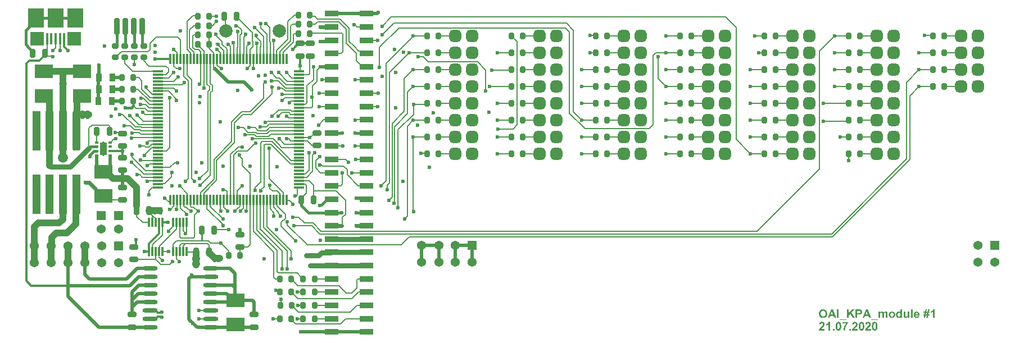
<source format=gtl>
G04*
G04 #@! TF.GenerationSoftware,Altium Limited,Altium Designer,20.1.11 (218)*
G04*
G04 Layer_Physical_Order=1*
G04 Layer_Color=5064179*
%FSAX42Y42*%
%MOMM*%
G71*
G04*
G04 #@! TF.SameCoordinates,7775C1EB-3A37-4DB6-902C-5BA206B129F1*
G04*
G04*
G04 #@! TF.FilePolarity,Positive*
G04*
G01*
G75*
%ADD11C,0.60*%
%ADD14C,0.20*%
G04:AMPARAMS|DCode=51|XSize=0.8mm|YSize=1.3mm|CornerRadius=0.2mm|HoleSize=0mm|Usage=FLASHONLY|Rotation=180.000|XOffset=0mm|YOffset=0mm|HoleType=Round|Shape=RoundedRectangle|*
%AMROUNDEDRECTD51*
21,1,0.80,0.90,0,0,180.0*
21,1,0.40,1.30,0,0,180.0*
1,1,0.40,-0.20,0.45*
1,1,0.40,0.20,0.45*
1,1,0.40,0.20,-0.45*
1,1,0.40,-0.20,-0.45*
%
%ADD51ROUNDEDRECTD51*%
%ADD52R,2.10X0.89*%
%ADD53R,0.35X1.60*%
%ADD54O,0.35X1.60*%
%ADD55R,1.60X0.35*%
G04:AMPARAMS|DCode=56|XSize=0.8mm|YSize=1.3mm|CornerRadius=0.2mm|HoleSize=0mm|Usage=FLASHONLY|Rotation=270.000|XOffset=0mm|YOffset=0mm|HoleType=Round|Shape=RoundedRectangle|*
%AMROUNDEDRECTD56*
21,1,0.80,0.90,0,0,270.0*
21,1,0.40,1.30,0,0,270.0*
1,1,0.40,-0.45,-0.20*
1,1,0.40,-0.45,0.20*
1,1,0.40,0.45,0.20*
1,1,0.40,0.45,-0.20*
%
%ADD56ROUNDEDRECTD56*%
G04:AMPARAMS|DCode=57|XSize=0.8mm|YSize=1mm|CornerRadius=0.2mm|HoleSize=0mm|Usage=FLASHONLY|Rotation=0.000|XOffset=0mm|YOffset=0mm|HoleType=Round|Shape=RoundedRectangle|*
%AMROUNDEDRECTD57*
21,1,0.80,0.60,0,0,0.0*
21,1,0.40,1.00,0,0,0.0*
1,1,0.40,0.20,-0.30*
1,1,0.40,-0.20,-0.30*
1,1,0.40,-0.20,0.30*
1,1,0.40,0.20,0.30*
%
%ADD57ROUNDEDRECTD57*%
G04:AMPARAMS|DCode=58|XSize=0.8mm|YSize=1mm|CornerRadius=0.2mm|HoleSize=0mm|Usage=FLASHONLY|Rotation=270.000|XOffset=0mm|YOffset=0mm|HoleType=Round|Shape=RoundedRectangle|*
%AMROUNDEDRECTD58*
21,1,0.80,0.60,0,0,270.0*
21,1,0.40,1.00,0,0,270.0*
1,1,0.40,-0.30,-0.20*
1,1,0.40,-0.30,0.20*
1,1,0.40,0.30,0.20*
1,1,0.40,0.30,-0.20*
%
%ADD58ROUNDEDRECTD58*%
%ADD59R,2.80X2.00*%
%ADD60R,1.20X6.00*%
G04:AMPARAMS|DCode=61|XSize=6mm|YSize=1.2mm|CornerRadius=0.3mm|HoleSize=0mm|Usage=FLASHONLY|Rotation=270.000|XOffset=0mm|YOffset=0mm|HoleType=Round|Shape=RoundedRectangle|*
%AMROUNDEDRECTD61*
21,1,6.00,0.60,0,0,270.0*
21,1,5.40,1.20,0,0,270.0*
1,1,0.60,-0.30,-2.70*
1,1,0.60,-0.30,2.70*
1,1,0.60,0.30,2.70*
1,1,0.60,0.30,-2.70*
%
%ADD61ROUNDEDRECTD61*%
G04:AMPARAMS|DCode=62|XSize=0.4mm|YSize=0.5mm|CornerRadius=0.1mm|HoleSize=0mm|Usage=FLASHONLY|Rotation=90.000|XOffset=0mm|YOffset=0mm|HoleType=Round|Shape=RoundedRectangle|*
%AMROUNDEDRECTD62*
21,1,0.40,0.30,0,0,90.0*
21,1,0.20,0.50,0,0,90.0*
1,1,0.20,0.15,0.10*
1,1,0.20,0.15,-0.10*
1,1,0.20,-0.15,-0.10*
1,1,0.20,-0.15,0.10*
%
%ADD62ROUNDEDRECTD62*%
%ADD63R,0.50X0.40*%
%ADD64R,1.10X1.90*%
%ADD65R,2.40X3.00*%
%ADD66R,0.40X1.75*%
%ADD67R,0.89X1.27*%
G04:AMPARAMS|DCode=68|XSize=2.54mm|YSize=0.91mm|CornerRadius=0mm|HoleSize=0mm|Usage=FLASHONLY|Rotation=90.000|XOffset=0mm|YOffset=0mm|HoleType=Round|Shape=Octagon|*
%AMOCTAGOND68*
4,1,8,0.23,1.27,-0.23,1.27,-0.46,1.04,-0.46,-1.04,-0.23,-1.27,0.23,-1.27,0.46,-1.04,0.46,1.04,0.23,1.27,0.0*
%
%ADD68OCTAGOND68*%

%ADD69R,0.30X1.45*%
G04:AMPARAMS|DCode=70|XSize=0.3mm|YSize=1.45mm|CornerRadius=0.08mm|HoleSize=0mm|Usage=FLASHONLY|Rotation=180.000|XOffset=0mm|YOffset=0mm|HoleType=Round|Shape=RoundedRectangle|*
%AMROUNDEDRECTD70*
21,1,0.30,1.30,0,0,180.0*
21,1,0.15,1.45,0,0,180.0*
1,1,0.15,-0.08,0.65*
1,1,0.15,0.08,0.65*
1,1,0.15,0.08,-0.65*
1,1,0.15,-0.08,-0.65*
%
%ADD70ROUNDEDRECTD70*%
%ADD71O,2.30X0.60*%
%ADD72C,0.50*%
%ADD73C,0.40*%
%ADD74C,1.00*%
%ADD75C,0.30*%
%ADD76C,0.80*%
%ADD77C,0.22*%
%ADD78C,0.38*%
G04:AMPARAMS|DCode=79|XSize=1.78mm|YSize=1.78mm|CornerRadius=0.44mm|HoleSize=0mm|Usage=FLASHONLY|Rotation=180.000|XOffset=0mm|YOffset=0mm|HoleType=Round|Shape=RoundedRectangle|*
%AMROUNDEDRECTD79*
21,1,1.78,0.89,0,0,180.0*
21,1,0.89,1.78,0,0,180.0*
1,1,0.89,-0.44,0.44*
1,1,0.89,0.44,0.44*
1,1,0.89,0.44,-0.44*
1,1,0.89,-0.44,-0.44*
%
%ADD79ROUNDEDRECTD79*%
G04:AMPARAMS|DCode=80|XSize=1.78mm|YSize=1.78mm|CornerRadius=0.44mm|HoleSize=0mm|Usage=FLASHONLY|Rotation=270.000|XOffset=0mm|YOffset=0mm|HoleType=Round|Shape=RoundedRectangle|*
%AMROUNDEDRECTD80*
21,1,1.78,0.89,0,0,270.0*
21,1,0.89,1.78,0,0,270.0*
1,1,0.89,-0.44,-0.44*
1,1,0.89,-0.44,0.44*
1,1,0.89,0.44,0.44*
1,1,0.89,0.44,-0.44*
%
%ADD80ROUNDEDRECTD80*%
%ADD81C,2.00*%
%ADD82C,1.37*%
%ADD83R,1.37X1.37*%
%ADD84C,0.60*%
%ADD85C,1.50*%
%ADD86C,1.20*%
%ADD87C,0.50*%
%ADD88C,1.10*%
G36*
X007120Y007295D02*
Y007495D01*
X007320D01*
Y007295D01*
X007120D01*
D02*
G37*
G36*
X007680D02*
Y007495D01*
X007880D01*
Y007295D01*
X007680D01*
D02*
G37*
G36*
X007730Y007595D02*
D01*
D02*
G37*
G36*
X020657Y003283D02*
X020669D01*
Y003263D01*
X020653D01*
X020647Y003238D01*
X020669D01*
Y003219D01*
X020643D01*
X020637Y003185D01*
X020617D01*
X020624Y003219D01*
X020604D01*
X020598Y003185D01*
X020578D01*
X020585Y003219D01*
X020573D01*
Y003238D01*
X020589D01*
X020594Y003263D01*
X020573D01*
Y003283D01*
X020598D01*
X020605Y003317D01*
X020624D01*
X020618Y003283D01*
X020637D01*
X020643Y003317D01*
X020663D01*
X020657Y003283D01*
D02*
G37*
G36*
X020252Y003187D02*
X020229D01*
Y003200D01*
X020229Y003200D01*
X020229Y003200D01*
X020229Y003200D01*
X020228Y003199D01*
X020228Y003198D01*
X020227Y003198D01*
X020226Y003197D01*
X020226Y003196D01*
X020223Y003194D01*
X020221Y003192D01*
X020219Y003190D01*
X020217Y003189D01*
X020216Y003189D01*
X020216D01*
X020215Y003188D01*
X020215Y003188D01*
X020215Y003188D01*
X020214Y003188D01*
X020213Y003187D01*
X020212Y003187D01*
X020211Y003187D01*
X020209Y003186D01*
X020206Y003185D01*
X020203Y003185D01*
X020200Y003185D01*
X020200D01*
X020199Y003185D01*
X020198Y003185D01*
X020196Y003185D01*
X020195Y003185D01*
X020193Y003186D01*
X020191Y003186D01*
X020189Y003187D01*
X020187Y003188D01*
X020184Y003189D01*
X020182Y003190D01*
X020180Y003192D01*
X020177Y003193D01*
X020175Y003195D01*
X020173Y003197D01*
X020173Y003198D01*
X020172Y003198D01*
X020172Y003199D01*
X020171Y003200D01*
X020170Y003201D01*
X020169Y003203D01*
X020168Y003205D01*
X020167Y003207D01*
X020166Y003209D01*
X020165Y003212D01*
X020164Y003215D01*
X020163Y003218D01*
X020163Y003222D01*
X020162Y003225D01*
X020162Y003229D01*
X020162Y003233D01*
Y003233D01*
Y003234D01*
Y003234D01*
Y003234D01*
Y003235D01*
X020162Y003236D01*
Y003236D01*
X020162Y003237D01*
X020162Y003239D01*
X020162Y003241D01*
X020162Y003244D01*
X020163Y003247D01*
X020163Y003250D01*
X020164Y003252D01*
X020165Y003255D01*
X020166Y003258D01*
X020167Y003261D01*
X020169Y003264D01*
X020171Y003267D01*
X020173Y003269D01*
X020173Y003269D01*
X020173Y003270D01*
X020174Y003270D01*
X020175Y003271D01*
X020176Y003272D01*
X020177Y003273D01*
X020178Y003274D01*
X020180Y003275D01*
X020182Y003277D01*
X020184Y003278D01*
X020187Y003279D01*
X020189Y003280D01*
X020192Y003280D01*
X020195Y003281D01*
X020197Y003281D01*
X020201Y003282D01*
X020201D01*
X020202Y003281D01*
X020203Y003281D01*
X020205Y003281D01*
X020206Y003281D01*
X020208Y003280D01*
X020210Y003280D01*
X020212Y003279D01*
X020214Y003278D01*
X020216Y003277D01*
X020219Y003276D01*
X020221Y003275D01*
X020223Y003273D01*
X020225Y003271D01*
X020228Y003269D01*
Y003315D01*
X020252D01*
Y003187D01*
D02*
G37*
G36*
X020005Y003281D02*
X020006D01*
X020007Y003281D01*
X020008Y003281D01*
X020009Y003281D01*
X020012Y003281D01*
X020015Y003280D01*
X020017Y003279D01*
X020019Y003278D01*
X020020Y003277D01*
X020020D01*
X020021Y003277D01*
X020021Y003277D01*
X020021Y003277D01*
X020022Y003276D01*
X020023Y003276D01*
X020023Y003275D01*
X020024Y003274D01*
X020025Y003273D01*
X020026Y003273D01*
X020027Y003272D01*
X020028Y003270D01*
X020028Y003269D01*
X020029Y003268D01*
X020031Y003265D01*
Y003265D01*
X020031Y003265D01*
X020031Y003265D01*
X020031Y003264D01*
X020031Y003263D01*
X020032Y003263D01*
X020032Y003262D01*
X020032Y003261D01*
X020032Y003259D01*
X020033Y003258D01*
X020033Y003256D01*
X020033Y003255D01*
X020033Y003253D01*
X020033Y003251D01*
X020033Y003248D01*
Y003246D01*
Y003187D01*
X020009D01*
Y003240D01*
Y003240D01*
Y003240D01*
Y003241D01*
Y003242D01*
X020009Y003243D01*
Y003244D01*
X020009Y003246D01*
X020009Y003247D01*
X020008Y003250D01*
X020008Y003253D01*
X020007Y003254D01*
X020007Y003256D01*
X020007Y003257D01*
X020006Y003257D01*
Y003258D01*
X020006Y003258D01*
X020006Y003258D01*
X020006Y003258D01*
X020005Y003259D01*
X020004Y003260D01*
X020002Y003261D01*
X020000Y003262D01*
X019999Y003262D01*
X019998Y003263D01*
X019997Y003263D01*
X019996Y003263D01*
X019995D01*
X019994Y003263D01*
X019993Y003262D01*
X019991Y003262D01*
X019990Y003261D01*
X019988Y003261D01*
X019986Y003260D01*
X019986D01*
X019986Y003259D01*
X019985Y003259D01*
X019985Y003258D01*
X019984Y003257D01*
X019983Y003256D01*
X019981Y003254D01*
X019980Y003252D01*
X019980Y003250D01*
Y003250D01*
X019979Y003250D01*
X019979Y003250D01*
X019979Y003249D01*
X019979Y003249D01*
X019979Y003248D01*
X019979Y003247D01*
X019979Y003246D01*
X019978Y003244D01*
X019978Y003243D01*
X019978Y003241D01*
X019978Y003240D01*
X019978Y003238D01*
X019978Y003236D01*
X019978Y003234D01*
Y003231D01*
Y003187D01*
X019953D01*
Y003238D01*
Y003238D01*
Y003238D01*
Y003239D01*
Y003240D01*
Y003241D01*
X019953Y003242D01*
Y003243D01*
X019953Y003245D01*
X019953Y003248D01*
X019953Y003251D01*
X019952Y003252D01*
X019952Y003253D01*
X019952Y003254D01*
X019952Y003255D01*
Y003255D01*
X019952Y003255D01*
X019951Y003256D01*
X019951Y003256D01*
X019951Y003257D01*
X019950Y003258D01*
X019950Y003259D01*
X019949Y003260D01*
X019948Y003261D01*
X019948Y003261D01*
X019947Y003261D01*
X019947Y003261D01*
X019946Y003262D01*
X019945Y003262D01*
X019943Y003262D01*
X019942Y003263D01*
X019940Y003263D01*
X019939D01*
X019939Y003263D01*
X019938Y003263D01*
X019937Y003262D01*
X019935Y003262D01*
X019934Y003261D01*
X019932Y003261D01*
X019930Y003260D01*
X019930D01*
X019930Y003259D01*
X019929Y003259D01*
X019928Y003258D01*
X019928Y003257D01*
X019926Y003256D01*
X019925Y003255D01*
X019924Y003253D01*
X019924Y003251D01*
Y003251D01*
X019923Y003251D01*
X019923Y003250D01*
X019923Y003250D01*
X019923Y003249D01*
X019923Y003248D01*
X019923Y003247D01*
X019923Y003246D01*
X019922Y003245D01*
X019922Y003244D01*
X019922Y003242D01*
X019922Y003240D01*
X019922Y003238D01*
X019922Y003236D01*
X019922Y003234D01*
Y003232D01*
Y003187D01*
X019897D01*
Y003279D01*
X019920D01*
Y003267D01*
X019920Y003267D01*
X019920Y003267D01*
X019921Y003268D01*
X019922Y003269D01*
X019923Y003270D01*
X019924Y003271D01*
X019926Y003273D01*
X019928Y003274D01*
X019930Y003276D01*
X019932Y003277D01*
X019934Y003278D01*
X019937Y003279D01*
X019940Y003280D01*
X019942Y003281D01*
X019945Y003281D01*
X019949Y003282D01*
X019949D01*
X019950Y003281D01*
X019951D01*
X019952Y003281D01*
X019953Y003281D01*
X019954Y003281D01*
X019956Y003281D01*
X019959Y003280D01*
X019961Y003279D01*
X019964Y003278D01*
X019964D01*
X019964Y003278D01*
X019965Y003277D01*
X019965Y003277D01*
X019966Y003277D01*
X019966Y003276D01*
X019968Y003275D01*
X019969Y003273D01*
X019971Y003272D01*
X019973Y003269D01*
X019975Y003267D01*
X019975Y003267D01*
X019975Y003267D01*
X019975Y003267D01*
X019976Y003268D01*
X019976Y003269D01*
X019977Y003269D01*
X019978Y003270D01*
X019979Y003271D01*
X019981Y003273D01*
X019983Y003274D01*
X019985Y003276D01*
X019988Y003278D01*
X019988D01*
X019988Y003278D01*
X019989Y003278D01*
X019989Y003278D01*
X019990Y003279D01*
X019990Y003279D01*
X019991Y003279D01*
X019992Y003280D01*
X019993Y003280D01*
X019995Y003280D01*
X019997Y003281D01*
X020000Y003281D01*
X020003Y003282D01*
X020004D01*
X020005Y003281D01*
D02*
G37*
G36*
X019487Y003265D02*
X019538Y003187D01*
X019505D01*
X019469Y003247D01*
X019449Y003225D01*
Y003187D01*
X019423D01*
Y003315D01*
X019449D01*
Y003258D01*
X019501Y003315D01*
X019536D01*
X019487Y003265D01*
D02*
G37*
G36*
X020360Y003187D02*
X020337D01*
Y003201D01*
X020337Y003201D01*
X020337Y003200D01*
X020337Y003200D01*
X020336Y003199D01*
X020336Y003199D01*
X020335Y003198D01*
X020335Y003197D01*
X020334Y003196D01*
X020333Y003195D01*
X020332Y003194D01*
X020330Y003192D01*
X020327Y003191D01*
X020324Y003189D01*
X020324D01*
X020324Y003189D01*
X020323Y003189D01*
X020322Y003188D01*
X020322Y003188D01*
X020321Y003187D01*
X020320Y003187D01*
X020319Y003187D01*
X020317Y003186D01*
X020316Y003186D01*
X020313Y003185D01*
X020310Y003185D01*
X020308Y003185D01*
X020306Y003185D01*
X020306D01*
X020305Y003185D01*
X020304D01*
X020303Y003185D01*
X020302Y003185D01*
X020301Y003185D01*
X020298Y003186D01*
X020295Y003186D01*
X020293Y003187D01*
X020291Y003188D01*
X020290Y003189D01*
X020290Y003189D01*
X020289Y003189D01*
X020289Y003189D01*
X020288Y003189D01*
X020288Y003190D01*
X020287Y003190D01*
X020286Y003192D01*
X020284Y003193D01*
X020282Y003195D01*
X020280Y003198D01*
X020280Y003199D01*
X020279Y003200D01*
Y003200D01*
X020279Y003201D01*
X020279Y003201D01*
X020278Y003202D01*
X020278Y003202D01*
X020278Y003203D01*
X020278Y003204D01*
X020277Y003206D01*
X020277Y003207D01*
X020277Y003208D01*
X020276Y003210D01*
X020276Y003212D01*
X020276Y003214D01*
X020276Y003216D01*
X020276Y003218D01*
Y003221D01*
Y003279D01*
X020300D01*
Y003237D01*
Y003237D01*
Y003237D01*
Y003236D01*
Y003236D01*
Y003235D01*
Y003234D01*
Y003232D01*
X020300Y003230D01*
Y003229D01*
X020300Y003227D01*
X020300Y003222D01*
X020301Y003220D01*
X020301Y003219D01*
X020301Y003217D01*
X020301Y003215D01*
X020301Y003214D01*
X020302Y003213D01*
Y003213D01*
X020302Y003213D01*
X020302Y003212D01*
X020302Y003211D01*
X020303Y003210D01*
X020303Y003209D01*
X020304Y003208D01*
X020305Y003207D01*
X020306Y003206D01*
X020307Y003206D01*
X020307Y003206D01*
X020308Y003205D01*
X020309Y003205D01*
X020310Y003204D01*
X020312Y003204D01*
X020314Y003203D01*
X020316Y003203D01*
X020316D01*
X020317Y003203D01*
X020317D01*
X020318Y003204D01*
X020319Y003204D01*
X020321Y003204D01*
X020323Y003205D01*
X020325Y003206D01*
X020327Y003207D01*
X020327D01*
X020327Y003207D01*
X020327Y003207D01*
X020328Y003207D01*
X020329Y003208D01*
X020330Y003209D01*
X020331Y003210D01*
X020332Y003212D01*
X020333Y003213D01*
X020334Y003215D01*
Y003215D01*
X020334Y003216D01*
X020334Y003216D01*
X020334Y003216D01*
X020334Y003217D01*
X020334Y003218D01*
X020334Y003219D01*
X020335Y003220D01*
X020335Y003222D01*
X020335Y003224D01*
X020335Y003226D01*
X020335Y003228D01*
X020335Y003231D01*
X020335Y003234D01*
X020336Y003237D01*
Y003240D01*
Y003279D01*
X020360D01*
Y003187D01*
D02*
G37*
G36*
X020741D02*
X020717D01*
Y003279D01*
X020716Y003279D01*
X020716Y003279D01*
X020715Y003278D01*
X020714Y003277D01*
X020713Y003276D01*
X020711Y003275D01*
X020710Y003273D01*
X020707Y003272D01*
X020705Y003271D01*
X020703Y003269D01*
X020700Y003267D01*
X020697Y003266D01*
X020695Y003265D01*
X020691Y003263D01*
X020688Y003262D01*
X020685Y003261D01*
Y003283D01*
X020685D01*
X020685Y003283D01*
X020686Y003283D01*
X020686Y003283D01*
X020687Y003284D01*
X020688Y003284D01*
X020690Y003285D01*
X020691Y003285D01*
X020692Y003286D01*
X020694Y003287D01*
X020696Y003288D01*
X020698Y003289D01*
X020700Y003290D01*
X020701Y003292D01*
X020704Y003293D01*
X020706Y003295D01*
X020706Y003295D01*
X020706Y003295D01*
X020707Y003296D01*
X020707Y003296D01*
X020708Y003297D01*
X020709Y003298D01*
X020711Y003299D01*
X020712Y003300D01*
X020713Y003302D01*
X020714Y003304D01*
X020716Y003305D01*
X020717Y003307D01*
X020718Y003309D01*
X020719Y003311D01*
X020720Y003313D01*
X020721Y003315D01*
X020741D01*
Y003187D01*
D02*
G37*
G36*
X020410D02*
X020385D01*
Y003315D01*
X020410D01*
Y003187D01*
D02*
G37*
G36*
X019786D02*
X019758D01*
X019747Y003216D01*
X019696Y003216D01*
X019685Y003187D01*
X019658D01*
X019707Y003315D01*
X019735Y003315D01*
X019786Y003187D01*
D02*
G37*
G36*
X019599Y003315D02*
X019601D01*
X019603Y003315D01*
X019605Y003314D01*
X019611Y003314D01*
X019613Y003314D01*
X019616Y003314D01*
X019618Y003314D01*
X019620Y003313D01*
X019622Y003313D01*
X019623Y003313D01*
X019624Y003313D01*
X019624D01*
X019624Y003313D01*
X019625Y003312D01*
X019625Y003312D01*
X019626Y003312D01*
X019627Y003311D01*
X019629Y003311D01*
X019630Y003310D01*
X019631Y003309D01*
X019633Y003308D01*
X019634Y003307D01*
X019636Y003306D01*
X019637Y003305D01*
X019639Y003304D01*
X019641Y003302D01*
X019642Y003300D01*
X019642Y003300D01*
X019642Y003300D01*
X019643Y003299D01*
X019643Y003298D01*
X019644Y003298D01*
X019644Y003296D01*
X019645Y003295D01*
X019646Y003293D01*
X019646Y003292D01*
X019647Y003290D01*
X019648Y003288D01*
X019648Y003286D01*
X019649Y003283D01*
X019649Y003281D01*
X019649Y003278D01*
X019649Y003275D01*
Y003275D01*
Y003275D01*
Y003274D01*
X019649Y003273D01*
Y003272D01*
X019649Y003271D01*
X019649Y003270D01*
X019649Y003268D01*
X019649Y003267D01*
X019648Y003265D01*
X019648Y003262D01*
X019647Y003259D01*
X019646Y003257D01*
X019645Y003255D01*
X019645Y003255D01*
X019645Y003255D01*
X019645Y003255D01*
X019644Y003254D01*
X019644Y003254D01*
X019643Y003253D01*
X019642Y003251D01*
X019641Y003249D01*
X019639Y003247D01*
X019637Y003245D01*
X019634Y003243D01*
X019634Y003243D01*
X019634Y003243D01*
X019634Y003242D01*
X019633Y003242D01*
X019632Y003242D01*
X019632Y003241D01*
X019631Y003241D01*
X019630Y003240D01*
X019628Y003239D01*
X019626Y003238D01*
X019623Y003237D01*
X019621Y003237D01*
X019621D01*
X019620Y003237D01*
X019620Y003237D01*
X019619Y003236D01*
X019618Y003236D01*
X019617Y003236D01*
X019616Y003236D01*
X019614Y003236D01*
X019612Y003236D01*
X019610Y003236D01*
X019608Y003235D01*
X019606Y003235D01*
X019603Y003235D01*
X019600Y003235D01*
X019597Y003235D01*
X019577D01*
Y003187D01*
X019551D01*
Y003315D01*
X019597D01*
X019599Y003315D01*
D02*
G37*
G36*
X019298Y003187D02*
X019273D01*
Y003315D01*
X019298D01*
Y003187D01*
D02*
G37*
G36*
X019260D02*
X019232D01*
X019220Y003216D01*
X019169D01*
X019159Y003187D01*
X019131D01*
X019181Y003315D01*
X019208D01*
X019260Y003187D01*
D02*
G37*
G36*
X020472Y003281D02*
X020472D01*
X020474Y003281D01*
X020476Y003281D01*
X020478Y003281D01*
X020480Y003280D01*
X020482Y003280D01*
X020485Y003279D01*
X020487Y003278D01*
X020490Y003277D01*
X020493Y003276D01*
X020496Y003274D01*
X020498Y003272D01*
X020501Y003270D01*
X020503Y003268D01*
X020503Y003268D01*
X020504Y003267D01*
X020504Y003266D01*
X020505Y003265D01*
X020506Y003264D01*
X020507Y003262D01*
X020508Y003260D01*
X020509Y003257D01*
X020510Y003255D01*
X020511Y003252D01*
X020512Y003248D01*
X020513Y003244D01*
X020514Y003240D01*
X020514Y003236D01*
X020514Y003231D01*
X020515Y003226D01*
X020453D01*
Y003226D01*
Y003225D01*
X020453Y003225D01*
Y003224D01*
X020453Y003223D01*
X020453Y003222D01*
X020454Y003221D01*
X020454Y003220D01*
X020455Y003217D01*
X020455Y003216D01*
X020456Y003214D01*
X020456Y003213D01*
X020457Y003211D01*
X020458Y003210D01*
X020459Y003209D01*
X020459Y003209D01*
X020459Y003209D01*
X020459Y003208D01*
X020460Y003208D01*
X020460Y003208D01*
X020461Y003207D01*
X020462Y003207D01*
X020463Y003206D01*
X020464Y003205D01*
X020465Y003205D01*
X020467Y003204D01*
X020469Y003203D01*
X020470Y003203D01*
X020472Y003203D01*
X020473Y003203D01*
X020474D01*
X020474Y003203D01*
X020475Y003203D01*
X020477Y003203D01*
X020478Y003204D01*
X020480Y003204D01*
X020481Y003205D01*
X020483Y003206D01*
X020483D01*
X020483Y003206D01*
X020483Y003207D01*
X020484Y003207D01*
X020485Y003208D01*
X020486Y003210D01*
X020487Y003212D01*
X020488Y003214D01*
X020489Y003216D01*
X020513Y003212D01*
X020513Y003212D01*
X020513Y003212D01*
X020513Y003211D01*
X020512Y003210D01*
X020512Y003209D01*
X020511Y003207D01*
X020510Y003206D01*
X020510Y003205D01*
X020509Y003203D01*
X020507Y003201D01*
X020506Y003199D01*
X020505Y003198D01*
X020503Y003196D01*
X020502Y003194D01*
X020500Y003193D01*
X020498Y003192D01*
X020498Y003191D01*
X020498Y003191D01*
X020497Y003191D01*
X020496Y003190D01*
X020495Y003190D01*
X020494Y003189D01*
X020493Y003189D01*
X020491Y003188D01*
X020489Y003187D01*
X020488Y003187D01*
X020485Y003186D01*
X020483Y003186D01*
X020481Y003185D01*
X020478Y003185D01*
X020476Y003185D01*
X020473Y003185D01*
X020472D01*
X020471Y003185D01*
X020471D01*
X020470Y003185D01*
X020469Y003185D01*
X020467Y003185D01*
X020465Y003185D01*
X020462Y003186D01*
X020459Y003187D01*
X020456Y003187D01*
X020453Y003189D01*
X020450Y003190D01*
X020447Y003191D01*
X020445Y003193D01*
X020442Y003195D01*
X020439Y003198D01*
X020437Y003200D01*
X020437Y003201D01*
X020437Y003201D01*
X020436Y003202D01*
X020436Y003203D01*
X020435Y003204D01*
X020434Y003205D01*
X020433Y003207D01*
X020433Y003209D01*
X020432Y003211D01*
X020431Y003214D01*
X020430Y003216D01*
X020429Y003219D01*
X020429Y003222D01*
X020428Y003225D01*
X020428Y003229D01*
X020428Y003232D01*
Y003232D01*
Y003233D01*
Y003233D01*
Y003233D01*
X020428Y003234D01*
Y003235D01*
Y003235D01*
X020428Y003236D01*
X020428Y003238D01*
X020429Y003240D01*
X020429Y003243D01*
X020429Y003245D01*
X020430Y003248D01*
X020431Y003251D01*
X020432Y003254D01*
X020433Y003257D01*
X020434Y003260D01*
X020436Y003263D01*
X020438Y003266D01*
X020440Y003268D01*
X020440Y003269D01*
X020440Y003269D01*
X020441Y003270D01*
X020442Y003270D01*
X020443Y003271D01*
X020445Y003273D01*
X020446Y003274D01*
X020448Y003275D01*
X020450Y003276D01*
X020453Y003277D01*
X020455Y003278D01*
X020458Y003279D01*
X020461Y003280D01*
X020464Y003281D01*
X020467Y003281D01*
X020470Y003282D01*
X020471D01*
X020472Y003281D01*
D02*
G37*
G36*
X020101D02*
X020102D01*
X020103Y003281D01*
X020105Y003281D01*
X020107Y003281D01*
X020110Y003280D01*
X020112Y003280D01*
X020115Y003279D01*
X020118Y003278D01*
X020120Y003277D01*
X020123Y003276D01*
X020126Y003274D01*
X020129Y003272D01*
X020132Y003270D01*
X020134Y003268D01*
X020135Y003268D01*
X020135Y003267D01*
X020136Y003266D01*
X020136Y003265D01*
X020137Y003264D01*
X020139Y003262D01*
X020140Y003261D01*
X020141Y003258D01*
X020142Y003256D01*
X020144Y003253D01*
X020145Y003251D01*
X020146Y003247D01*
X020147Y003244D01*
X020147Y003241D01*
X020148Y003237D01*
X020148Y003233D01*
Y003233D01*
Y003233D01*
Y003233D01*
Y003232D01*
X020148Y003232D01*
Y003231D01*
X020148Y003230D01*
X020147Y003228D01*
X020147Y003226D01*
X020147Y003224D01*
X020146Y003221D01*
X020145Y003218D01*
X020145Y003216D01*
X020143Y003213D01*
X020142Y003210D01*
X020141Y003207D01*
X020139Y003204D01*
X020137Y003201D01*
X020134Y003198D01*
X020134Y003198D01*
X020134Y003198D01*
X020133Y003197D01*
X020132Y003196D01*
X020130Y003195D01*
X020129Y003194D01*
X020127Y003193D01*
X020125Y003192D01*
X020123Y003190D01*
X020120Y003189D01*
X020117Y003188D01*
X020114Y003187D01*
X020111Y003186D01*
X020107Y003185D01*
X020104Y003185D01*
X020100Y003185D01*
X020099D01*
X020098Y003185D01*
X020097Y003185D01*
X020095Y003185D01*
X020094Y003185D01*
X020092Y003185D01*
X020090Y003186D01*
X020088Y003186D01*
X020086Y003186D01*
X020084Y003187D01*
X020082Y003188D01*
X020080Y003189D01*
X020078Y003189D01*
X020076Y003190D01*
X020076Y003190D01*
X020075Y003191D01*
X020075Y003191D01*
X020074Y003191D01*
X020073Y003192D01*
X020072Y003193D01*
X020071Y003194D01*
X020069Y003195D01*
X020068Y003196D01*
X020066Y003197D01*
X020065Y003198D01*
X020063Y003200D01*
X020062Y003202D01*
X020061Y003203D01*
X020059Y003205D01*
X020058Y003207D01*
X020058Y003207D01*
X020058Y003208D01*
X020058Y003208D01*
X020057Y003209D01*
X020057Y003210D01*
X020056Y003212D01*
X020056Y003213D01*
X020055Y003215D01*
X020055Y003217D01*
X020054Y003219D01*
X020054Y003221D01*
X020053Y003223D01*
X020053Y003226D01*
X020052Y003229D01*
X020052Y003231D01*
X020052Y003234D01*
Y003235D01*
Y003235D01*
Y003236D01*
X020052Y003236D01*
X020052Y003238D01*
X020052Y003239D01*
X020053Y003240D01*
X020053Y003242D01*
X020053Y003244D01*
X020054Y003245D01*
X020054Y003247D01*
X020055Y003249D01*
X020055Y003252D01*
X020056Y003254D01*
X020057Y003256D01*
X020058Y003258D01*
X020058Y003258D01*
X020058Y003258D01*
X020059Y003259D01*
X020059Y003260D01*
X020060Y003261D01*
X020061Y003262D01*
X020061Y003263D01*
X020063Y003264D01*
X020064Y003266D01*
X020065Y003267D01*
X020066Y003269D01*
X020068Y003270D01*
X020070Y003272D01*
X020071Y003273D01*
X020073Y003274D01*
X020075Y003275D01*
X020075Y003276D01*
X020076Y003276D01*
X020076Y003276D01*
X020077Y003276D01*
X020078Y003277D01*
X020079Y003277D01*
X020081Y003278D01*
X020082Y003278D01*
X020084Y003279D01*
X020086Y003280D01*
X020088Y003280D01*
X020090Y003281D01*
X020093Y003281D01*
X020095Y003281D01*
X020097Y003281D01*
X020100Y003282D01*
X020101D01*
X020101Y003281D01*
D02*
G37*
G36*
X019064Y003317D02*
X019065D01*
X019065Y003317D01*
X019067Y003317D01*
X019068Y003316D01*
X019069Y003316D01*
X019070Y003316D01*
X019072Y003316D01*
X019075Y003315D01*
X019078Y003315D01*
X019082Y003314D01*
X019085Y003313D01*
X019089Y003311D01*
X019093Y003309D01*
X019097Y003307D01*
X019100Y003305D01*
X019102Y003304D01*
X019104Y003302D01*
X019105Y003301D01*
X019107Y003299D01*
X019107Y003299D01*
X019107Y003299D01*
X019108Y003299D01*
X019108Y003298D01*
X019108Y003298D01*
X019109Y003297D01*
X019109Y003297D01*
X019110Y003296D01*
X019110Y003295D01*
X019111Y003294D01*
X019112Y003293D01*
X019113Y003292D01*
X019113Y003291D01*
X019114Y003289D01*
X019115Y003288D01*
X019116Y003287D01*
X019117Y003283D01*
X019119Y003280D01*
X019120Y003276D01*
X019121Y003271D01*
X019123Y003267D01*
X019123Y003262D01*
X019124Y003256D01*
X019124Y003253D01*
Y003250D01*
Y003250D01*
Y003250D01*
Y003250D01*
Y003249D01*
X019124Y003248D01*
Y003247D01*
X019124Y003246D01*
X019124Y003245D01*
X019124Y003244D01*
X019124Y003243D01*
X019124Y003241D01*
X019123Y003240D01*
X019123Y003236D01*
X019122Y003233D01*
X019121Y003229D01*
X019120Y003225D01*
X019119Y003221D01*
X019117Y003217D01*
X019115Y003213D01*
X019113Y003209D01*
X019112Y003207D01*
X019110Y003205D01*
X019109Y003204D01*
X019107Y003202D01*
X019107Y003202D01*
X019107Y003202D01*
X019107Y003202D01*
X019107Y003201D01*
X019106Y003201D01*
X019105Y003200D01*
X019105Y003200D01*
X019104Y003199D01*
X019103Y003198D01*
X019100Y003196D01*
X019098Y003195D01*
X019095Y003193D01*
X019092Y003192D01*
X019089Y003190D01*
X019085Y003189D01*
X019081Y003187D01*
X019077Y003186D01*
X019072Y003185D01*
X019067Y003185D01*
X019065Y003185D01*
X019062Y003185D01*
X019061D01*
X019060Y003185D01*
X019059D01*
X019059Y003185D01*
X019058Y003185D01*
X019056Y003185D01*
X019055Y003185D01*
X019054Y003185D01*
X019052Y003185D01*
X019049Y003186D01*
X019046Y003187D01*
X019042Y003188D01*
X019039Y003189D01*
X019035Y003190D01*
X019031Y003192D01*
X019027Y003194D01*
X019024Y003196D01*
X019022Y003197D01*
X019020Y003199D01*
X019018Y003200D01*
X019017Y003202D01*
Y003202D01*
X019017Y003202D01*
X019016Y003202D01*
X019016Y003203D01*
X019016Y003203D01*
X019015Y003204D01*
X019015Y003204D01*
X019014Y003205D01*
X019014Y003206D01*
X019013Y003207D01*
X019012Y003208D01*
X019011Y003209D01*
X019011Y003210D01*
X019010Y003212D01*
X019008Y003214D01*
X019007Y003218D01*
X019005Y003221D01*
X019004Y003225D01*
X019003Y003229D01*
X019002Y003234D01*
X019001Y003239D01*
X019000Y003244D01*
X019000Y003247D01*
X019000Y003250D01*
Y003250D01*
Y003250D01*
Y003250D01*
Y003251D01*
Y003251D01*
Y003252D01*
X019000Y003253D01*
X019000Y003255D01*
X019000Y003257D01*
X019000Y003259D01*
X019001Y003261D01*
X019001Y003264D01*
X019001Y003266D01*
X019002Y003269D01*
X019002Y003272D01*
X019003Y003275D01*
X019004Y003277D01*
X019005Y003280D01*
X019006Y003283D01*
X019006Y003283D01*
X019006Y003283D01*
X019006Y003284D01*
X019007Y003284D01*
X019007Y003285D01*
X019008Y003286D01*
X019008Y003287D01*
X019009Y003289D01*
X019011Y003291D01*
X019013Y003294D01*
X019015Y003297D01*
X019018Y003300D01*
X019018Y003300D01*
X019018Y003301D01*
X019018Y003301D01*
X019019Y003301D01*
X019020Y003302D01*
X019021Y003303D01*
X019022Y003304D01*
X019023Y003305D01*
X019024Y003305D01*
X019025Y003306D01*
X019028Y003308D01*
X019031Y003310D01*
X019033Y003311D01*
X019034Y003312D01*
X019034Y003312D01*
X019035Y003312D01*
X019036Y003312D01*
X019036Y003313D01*
X019038Y003313D01*
X019039Y003313D01*
X019040Y003314D01*
X019042Y003314D01*
X019044Y003315D01*
X019046Y003315D01*
X019049Y003316D01*
X019051Y003316D01*
X019054Y003316D01*
X019056Y003317D01*
X019059Y003317D01*
X019062Y003317D01*
X019063D01*
X019064Y003317D01*
D02*
G37*
G36*
X019887Y003151D02*
X019785D01*
Y003167D01*
X019887D01*
Y003151D01*
D02*
G37*
G36*
X019410Y003151D02*
X019308D01*
Y003167D01*
X019410D01*
Y003151D01*
D02*
G37*
G36*
X019743Y003126D02*
X019744Y003126D01*
X019746Y003126D01*
X019748Y003125D01*
X019750Y003125D01*
X019752Y003125D01*
X019754Y003124D01*
X019757Y003123D01*
X019759Y003123D01*
X019761Y003121D01*
X019764Y003120D01*
X019766Y003119D01*
X019769Y003117D01*
X019771Y003116D01*
X019771Y003115D01*
X019771Y003115D01*
X019772Y003115D01*
X019772Y003114D01*
X019773Y003113D01*
X019774Y003112D01*
X019775Y003110D01*
X019776Y003109D01*
X019777Y003107D01*
X019778Y003105D01*
X019779Y003103D01*
X019780Y003101D01*
X019781Y003098D01*
X019781Y003096D01*
X019782Y003093D01*
X019782Y003090D01*
Y003090D01*
Y003090D01*
Y003089D01*
Y003089D01*
X019782Y003088D01*
X019781Y003087D01*
X019781Y003086D01*
X019781Y003085D01*
X019781Y003082D01*
X019780Y003080D01*
X019779Y003077D01*
X019778Y003074D01*
Y003074D01*
X019778Y003073D01*
X019778Y003073D01*
X019778Y003072D01*
X019778Y003072D01*
X019777Y003071D01*
X019777Y003070D01*
X019776Y003069D01*
X019775Y003068D01*
X019775Y003066D01*
X019773Y003064D01*
X019771Y003061D01*
X019769Y003057D01*
X019769Y003057D01*
X019768Y003057D01*
X019768Y003057D01*
X019768Y003056D01*
X019767Y003056D01*
X019767Y003055D01*
X019766Y003054D01*
X019765Y003053D01*
X019764Y003052D01*
X019763Y003051D01*
X019761Y003050D01*
X019760Y003048D01*
X019758Y003047D01*
X019757Y003045D01*
X019755Y003043D01*
X019753Y003041D01*
X019752Y003041D01*
X019752Y003041D01*
X019751Y003040D01*
X019751Y003039D01*
X019750Y003038D01*
X019749Y003038D01*
X019748Y003036D01*
X019746Y003035D01*
X019744Y003033D01*
X019741Y003031D01*
X019740Y003030D01*
X019739Y003029D01*
X019738Y003028D01*
X019738Y003027D01*
X019738Y003027D01*
X019737Y003026D01*
X019737Y003026D01*
X019736Y003025D01*
X019735Y003024D01*
X019734Y003023D01*
X019734Y003021D01*
X019733Y003020D01*
X019782D01*
Y002997D01*
X019696Y002997D01*
Y002998D01*
X019696Y002998D01*
X019696Y002999D01*
X019696Y003000D01*
X019696Y003001D01*
X019696Y003002D01*
X019697Y003004D01*
X019697Y003005D01*
X019698Y003007D01*
X019698Y003009D01*
X019699Y003011D01*
X019700Y003013D01*
X019701Y003015D01*
X019702Y003017D01*
X019703Y003020D01*
X019704Y003022D01*
X019704Y003022D01*
X019704Y003022D01*
X019705Y003023D01*
X019705Y003024D01*
X019706Y003025D01*
X019707Y003026D01*
X019709Y003028D01*
X019710Y003030D01*
X019712Y003032D01*
X019714Y003034D01*
X019716Y003037D01*
X019719Y003040D01*
X019721Y003043D01*
X019724Y003046D01*
X019728Y003049D01*
X019732Y003053D01*
X019732Y003053D01*
X019732Y003053D01*
X019732Y003053D01*
X019733Y003054D01*
X019734Y003055D01*
X019736Y003056D01*
X019737Y003058D01*
X019739Y003059D01*
X019740Y003061D01*
X019744Y003064D01*
X019746Y003066D01*
X019747Y003068D01*
X019749Y003069D01*
X019750Y003071D01*
X019751Y003072D01*
X019752Y003073D01*
X019752Y003074D01*
X019752Y003074D01*
X019752Y003074D01*
X019753Y003075D01*
X019753Y003075D01*
X019754Y003076D01*
X019754Y003077D01*
X019755Y003078D01*
X019755Y003080D01*
X019756Y003083D01*
X019757Y003086D01*
X019757Y003087D01*
X019757Y003088D01*
Y003089D01*
Y003089D01*
Y003089D01*
X019757Y003090D01*
Y003091D01*
X019757Y003091D01*
X019756Y003093D01*
X019756Y003095D01*
X019755Y003097D01*
X019754Y003099D01*
X019753Y003100D01*
X019753Y003101D01*
X019752Y003101D01*
X019752Y003101D01*
X019752Y003101D01*
X019752Y003102D01*
X019751Y003102D01*
X019751Y003102D01*
X019750Y003103D01*
X019749Y003103D01*
X019748Y003104D01*
X019746Y003105D01*
X019743Y003105D01*
X019742Y003105D01*
X019740Y003106D01*
X019740D01*
X019739Y003105D01*
X019738D01*
X019738Y003105D01*
X019736Y003105D01*
X019734Y003104D01*
X019732Y003104D01*
X019731Y003103D01*
X019730Y003102D01*
X019729Y003102D01*
X019728Y003101D01*
X019728Y003101D01*
X019728Y003101D01*
X019728Y003100D01*
X019727Y003100D01*
X019727Y003099D01*
X019727Y003099D01*
X019726Y003098D01*
X019726Y003097D01*
X019725Y003096D01*
X019725Y003095D01*
X019724Y003094D01*
X019724Y003092D01*
X019724Y003091D01*
X019723Y003089D01*
X019723Y003087D01*
X019723Y003086D01*
X019699Y003088D01*
Y003088D01*
Y003088D01*
X019699Y003088D01*
Y003089D01*
X019699Y003089D01*
X019699Y003090D01*
X019699Y003091D01*
X019699Y003093D01*
X019700Y003095D01*
X019700Y003097D01*
X019701Y003099D01*
X019702Y003102D01*
X019703Y003104D01*
X019704Y003106D01*
X019705Y003109D01*
X019707Y003111D01*
X019708Y003113D01*
X019710Y003115D01*
X019712Y003117D01*
X019712Y003117D01*
X019713Y003117D01*
X019713Y003118D01*
X019714Y003118D01*
X019715Y003119D01*
X019717Y003120D01*
X019718Y003121D01*
X019720Y003121D01*
X019722Y003122D01*
X019724Y003123D01*
X019727Y003124D01*
X019729Y003124D01*
X019732Y003125D01*
X019735Y003125D01*
X019738Y003126D01*
X019741Y003126D01*
X019742D01*
X019743Y003126D01*
D02*
G37*
G36*
X019544Y003126D02*
X019545Y003126D01*
X019547Y003126D01*
X019549Y003125D01*
X019551Y003125D01*
X019553Y003125D01*
X019555Y003124D01*
X019558Y003123D01*
X019560Y003123D01*
X019563Y003121D01*
X019565Y003120D01*
X019568Y003119D01*
X019570Y003117D01*
X019572Y003116D01*
X019572Y003115D01*
X019572Y003115D01*
X019573Y003115D01*
X019574Y003114D01*
X019574Y003113D01*
X019575Y003112D01*
X019576Y003110D01*
X019577Y003109D01*
X019578Y003107D01*
X019579Y003105D01*
X019580Y003103D01*
X019581Y003101D01*
X019582Y003098D01*
X019582Y003096D01*
X019583Y003093D01*
X019583Y003090D01*
Y003090D01*
Y003090D01*
Y003089D01*
Y003089D01*
X019583Y003088D01*
X019583Y003087D01*
X019583Y003086D01*
X019582Y003085D01*
X019582Y003082D01*
X019582Y003080D01*
X019581Y003077D01*
X019580Y003074D01*
Y003074D01*
X019580Y003073D01*
X019579Y003073D01*
X019579Y003072D01*
X019579Y003072D01*
X019578Y003071D01*
X019578Y003070D01*
X019577Y003069D01*
X019577Y003068D01*
X019576Y003066D01*
X019574Y003064D01*
X019572Y003061D01*
X019570Y003057D01*
X019570Y003057D01*
X019570Y003057D01*
X019569Y003057D01*
X019569Y003056D01*
X019569Y003056D01*
X019568Y003055D01*
X019567Y003054D01*
X019566Y003053D01*
X019565Y003052D01*
X019564Y003051D01*
X019563Y003050D01*
X019561Y003048D01*
X019560Y003047D01*
X019558Y003045D01*
X019556Y003043D01*
X019554Y003041D01*
X019554Y003041D01*
X019553Y003041D01*
X019553Y003040D01*
X019552Y003039D01*
X019551Y003038D01*
X019550Y003038D01*
X019549Y003036D01*
X019548Y003035D01*
X019545Y003033D01*
X019543Y003031D01*
X019542Y003030D01*
X019541Y003029D01*
X019540Y003028D01*
X019539Y003027D01*
X019539Y003027D01*
X019539Y003026D01*
X019538Y003026D01*
X019537Y003025D01*
X019536Y003024D01*
X019536Y003023D01*
X019535Y003021D01*
X019534Y003020D01*
X019583D01*
Y002997D01*
X019497D01*
Y002998D01*
X019497Y002998D01*
X019497Y002999D01*
X019497Y003000D01*
X019497Y003001D01*
X019498Y003002D01*
X019498Y003004D01*
X019498Y003005D01*
X019499Y003007D01*
X019500Y003009D01*
X019500Y003011D01*
X019501Y003013D01*
X019502Y003015D01*
X019503Y003017D01*
X019504Y003020D01*
X019505Y003022D01*
X019505Y003022D01*
X019506Y003022D01*
X019506Y003023D01*
X019507Y003024D01*
X019507Y003025D01*
X019509Y003026D01*
X019510Y003028D01*
X019511Y003030D01*
X019513Y003032D01*
X019515Y003034D01*
X019517Y003037D01*
X019520Y003040D01*
X019523Y003043D01*
X019526Y003046D01*
X019529Y003049D01*
X019533Y003053D01*
X019533Y003053D01*
X019533Y003053D01*
X019534Y003053D01*
X019534Y003054D01*
X019536Y003055D01*
X019537Y003056D01*
X019538Y003058D01*
X019540Y003059D01*
X019542Y003061D01*
X019545Y003064D01*
X019547Y003066D01*
X019548Y003068D01*
X019550Y003069D01*
X019551Y003071D01*
X019552Y003072D01*
X019553Y003073D01*
X019553Y003074D01*
X019553Y003074D01*
X019554Y003074D01*
X019554Y003075D01*
X019554Y003075D01*
X019555Y003076D01*
X019555Y003077D01*
X019556Y003078D01*
X019557Y003080D01*
X019557Y003083D01*
X019558Y003086D01*
X019558Y003087D01*
X019558Y003088D01*
Y003089D01*
Y003089D01*
Y003089D01*
X019558Y003090D01*
Y003091D01*
X019558Y003091D01*
X019558Y003093D01*
X019557Y003095D01*
X019556Y003097D01*
X019555Y003099D01*
X019555Y003100D01*
X019554Y003101D01*
X019554Y003101D01*
X019554Y003101D01*
X019553Y003101D01*
X019553Y003102D01*
X019553Y003102D01*
X019552Y003102D01*
X019551Y003103D01*
X019551Y003103D01*
X019549Y003104D01*
X019547Y003105D01*
X019544Y003105D01*
X019543Y003105D01*
X019542Y003106D01*
X019541D01*
X019540Y003105D01*
X019540D01*
X019539Y003105D01*
X019537Y003105D01*
X019535Y003104D01*
X019533Y003104D01*
X019532Y003103D01*
X019531Y003102D01*
X019530Y003102D01*
X019529Y003101D01*
X019529Y003101D01*
X019529Y003101D01*
X019529Y003100D01*
X019529Y003100D01*
X019528Y003099D01*
X019528Y003099D01*
X019527Y003098D01*
X019527Y003097D01*
X019527Y003096D01*
X019526Y003095D01*
X019526Y003094D01*
X019525Y003092D01*
X019525Y003091D01*
X019525Y003089D01*
X019524Y003087D01*
X019524Y003086D01*
X019500Y003088D01*
Y003088D01*
Y003088D01*
X019500Y003088D01*
Y003089D01*
X019500Y003089D01*
X019500Y003090D01*
X019500Y003091D01*
X019501Y003093D01*
X019501Y003095D01*
X019502Y003097D01*
X019502Y003099D01*
X019503Y003102D01*
X019504Y003104D01*
X019505Y003106D01*
X019506Y003109D01*
X019508Y003111D01*
X019509Y003113D01*
X019511Y003115D01*
X019513Y003117D01*
X019513Y003117D01*
X019514Y003117D01*
X019515Y003118D01*
X019515Y003118D01*
X019517Y003119D01*
X019518Y003120D01*
X019520Y003121D01*
X019521Y003121D01*
X019523Y003122D01*
X019525Y003123D01*
X019528Y003124D01*
X019530Y003124D01*
X019533Y003125D01*
X019536Y003125D01*
X019539Y003126D01*
X019542Y003126D01*
X019543D01*
X019544Y003126D01*
D02*
G37*
G36*
X019480Y002997D02*
X019456D01*
Y003022D01*
X019480D01*
Y002997D01*
D02*
G37*
G36*
X019435Y003106D02*
X019435Y003106D01*
X019434Y003105D01*
X019434Y003105D01*
X019433Y003104D01*
X019432Y003103D01*
X019431Y003102D01*
X019430Y003100D01*
X019428Y003098D01*
X019427Y003096D01*
X019425Y003094D01*
X019423Y003092D01*
X019422Y003089D01*
X019420Y003086D01*
X019418Y003083D01*
X019416Y003080D01*
X019414Y003076D01*
Y003076D01*
X019414Y003076D01*
X019413Y003076D01*
X019413Y003076D01*
X019413Y003075D01*
X019413Y003075D01*
X019412Y003074D01*
X019412Y003073D01*
X019411Y003071D01*
X019410Y003069D01*
X019409Y003067D01*
X019408Y003064D01*
X019406Y003061D01*
X019405Y003058D01*
X019404Y003055D01*
X019402Y003051D01*
X019401Y003048D01*
X019400Y003044D01*
X019398Y003040D01*
X019397Y003036D01*
Y003036D01*
X019397Y003036D01*
Y003035D01*
X019397Y003035D01*
X019397Y003034D01*
X019397Y003034D01*
X019397Y003033D01*
X019396Y003032D01*
X019396Y003030D01*
X019396Y003028D01*
X019395Y003026D01*
X019395Y003023D01*
X019394Y003020D01*
X019393Y003017D01*
X019393Y003014D01*
X019393Y003011D01*
X019392Y003007D01*
X019392Y003004D01*
X019392Y003001D01*
X019392Y002997D01*
X019368D01*
Y002998D01*
Y002998D01*
Y002998D01*
X019368Y002999D01*
Y002999D01*
Y003000D01*
X019368Y003001D01*
X019368Y003002D01*
X019369Y003003D01*
X019369Y003004D01*
X019369Y003006D01*
X019369Y003007D01*
X019369Y003009D01*
X019369Y003011D01*
X019370Y003014D01*
X019370Y003018D01*
X019371Y003022D01*
X019372Y003027D01*
X019373Y003031D01*
X019374Y003036D01*
X019376Y003041D01*
X019377Y003046D01*
X019379Y003052D01*
Y003052D01*
X019379Y003052D01*
X019379Y003052D01*
X019380Y003053D01*
X019380Y003053D01*
X019380Y003054D01*
X019381Y003055D01*
X019381Y003056D01*
X019381Y003057D01*
X019382Y003059D01*
X019383Y003060D01*
X019383Y003061D01*
X019385Y003065D01*
X019386Y003068D01*
X019388Y003072D01*
X019390Y003076D01*
X019393Y003080D01*
X019395Y003084D01*
X019398Y003088D01*
X019401Y003093D01*
X019404Y003097D01*
X019407Y003101D01*
X019351D01*
Y003124D01*
X019435D01*
Y003106D01*
D02*
G37*
G36*
X019232Y002997D02*
X019207D01*
Y003022D01*
X019232D01*
Y002997D01*
D02*
G37*
G36*
X019165D02*
X019141D01*
Y003090D01*
X019141Y003090D01*
X019140Y003089D01*
X019139Y003089D01*
X019138Y003088D01*
X019137Y003087D01*
X019136Y003086D01*
X019134Y003084D01*
X019132Y003083D01*
X019130Y003081D01*
X019127Y003080D01*
X019125Y003078D01*
X019122Y003077D01*
X019119Y003075D01*
X019116Y003074D01*
X019112Y003072D01*
X019109Y003071D01*
Y003093D01*
X019109D01*
X019110Y003094D01*
X019110Y003094D01*
X019111Y003094D01*
X019112Y003094D01*
X019113Y003095D01*
X019114Y003095D01*
X019115Y003096D01*
X019117Y003097D01*
X019118Y003098D01*
X019120Y003099D01*
X019122Y003100D01*
X019124Y003101D01*
X019126Y003102D01*
X019128Y003104D01*
X019130Y003105D01*
X019130Y003105D01*
X019130Y003106D01*
X019131Y003106D01*
X019132Y003107D01*
X019133Y003108D01*
X019134Y003109D01*
X019135Y003110D01*
X019136Y003111D01*
X019137Y003113D01*
X019139Y003114D01*
X019140Y003116D01*
X019141Y003118D01*
X019142Y003120D01*
X019143Y003122D01*
X019145Y003124D01*
X019145Y003126D01*
X019165D01*
Y002997D01*
D02*
G37*
G36*
X019047Y003126D02*
X019048Y003126D01*
X019050Y003126D01*
X019052Y003125D01*
X019054Y003125D01*
X019056Y003125D01*
X019058Y003124D01*
X019061Y003123D01*
X019063Y003123D01*
X019066Y003121D01*
X019068Y003120D01*
X019071Y003119D01*
X019073Y003117D01*
X019075Y003116D01*
X019075Y003115D01*
X019076Y003115D01*
X019076Y003115D01*
X019077Y003114D01*
X019078Y003113D01*
X019078Y003112D01*
X019080Y003110D01*
X019081Y003109D01*
X019082Y003107D01*
X019083Y003105D01*
X019083Y003103D01*
X019084Y003101D01*
X019085Y003098D01*
X019086Y003096D01*
X019086Y003093D01*
X019086Y003090D01*
Y003090D01*
Y003090D01*
Y003089D01*
Y003089D01*
X019086Y003088D01*
X019086Y003087D01*
X019086Y003086D01*
X019086Y003085D01*
X019085Y003082D01*
X019085Y003080D01*
X019084Y003077D01*
X019083Y003074D01*
Y003074D01*
X019083Y003073D01*
X019082Y003073D01*
X019082Y003072D01*
X019082Y003072D01*
X019081Y003071D01*
X019081Y003070D01*
X019080Y003069D01*
X019080Y003068D01*
X019079Y003066D01*
X019077Y003064D01*
X019075Y003061D01*
X019073Y003057D01*
X019073Y003057D01*
X019073Y003057D01*
X019073Y003057D01*
X019072Y003056D01*
X019072Y003056D01*
X019071Y003055D01*
X019070Y003054D01*
X019069Y003053D01*
X019068Y003052D01*
X019067Y003051D01*
X019066Y003050D01*
X019064Y003048D01*
X019063Y003047D01*
X019061Y003045D01*
X019059Y003043D01*
X019057Y003041D01*
X019057Y003041D01*
X019056Y003041D01*
X019056Y003040D01*
X019055Y003039D01*
X019054Y003038D01*
X019053Y003038D01*
X019052Y003036D01*
X019051Y003035D01*
X019048Y003033D01*
X019046Y003031D01*
X019045Y003030D01*
X019044Y003029D01*
X019043Y003028D01*
X019042Y003027D01*
X019042Y003027D01*
X019042Y003026D01*
X019041Y003026D01*
X019040Y003025D01*
X019040Y003024D01*
X019039Y003023D01*
X019038Y003021D01*
X019037Y003020D01*
X019086D01*
Y002997D01*
X019000D01*
Y002998D01*
X019000Y002998D01*
X019000Y002999D01*
X019000Y003000D01*
X019001Y003001D01*
X019001Y003002D01*
X019001Y003004D01*
X019002Y003005D01*
X019002Y003007D01*
X019003Y003009D01*
X019003Y003011D01*
X019004Y003013D01*
X019005Y003015D01*
X019006Y003017D01*
X019007Y003020D01*
X019008Y003022D01*
X019008Y003022D01*
X019009Y003022D01*
X019009Y003023D01*
X019010Y003024D01*
X019011Y003025D01*
X019012Y003026D01*
X019013Y003028D01*
X019014Y003030D01*
X019016Y003032D01*
X019018Y003034D01*
X019020Y003037D01*
X019023Y003040D01*
X019026Y003043D01*
X019029Y003046D01*
X019032Y003049D01*
X019036Y003053D01*
X019036Y003053D01*
X019036Y003053D01*
X019037Y003053D01*
X019038Y003054D01*
X019039Y003055D01*
X019040Y003056D01*
X019041Y003058D01*
X019043Y003059D01*
X019045Y003061D01*
X019048Y003064D01*
X019050Y003066D01*
X019051Y003068D01*
X019053Y003069D01*
X019054Y003071D01*
X019055Y003072D01*
X019056Y003073D01*
X019056Y003074D01*
X019056Y003074D01*
X019057Y003074D01*
X019057Y003075D01*
X019058Y003075D01*
X019058Y003076D01*
X019058Y003077D01*
X019059Y003078D01*
X019060Y003080D01*
X019061Y003083D01*
X019061Y003086D01*
X019061Y003087D01*
X019061Y003088D01*
Y003089D01*
Y003089D01*
Y003089D01*
X019061Y003090D01*
Y003091D01*
X019061Y003091D01*
X019061Y003093D01*
X019060Y003095D01*
X019060Y003097D01*
X019058Y003099D01*
X019058Y003100D01*
X019057Y003101D01*
X019057Y003101D01*
X019057Y003101D01*
X019056Y003101D01*
X019056Y003102D01*
X019056Y003102D01*
X019055Y003102D01*
X019054Y003103D01*
X019054Y003103D01*
X019052Y003104D01*
X019050Y003105D01*
X019048Y003105D01*
X019046Y003105D01*
X019045Y003106D01*
X019044D01*
X019043Y003105D01*
X019043D01*
X019042Y003105D01*
X019040Y003105D01*
X019038Y003104D01*
X019036Y003104D01*
X019035Y003103D01*
X019034Y003102D01*
X019033Y003102D01*
X019032Y003101D01*
X019032Y003101D01*
X019032Y003101D01*
X019032Y003100D01*
X019032Y003100D01*
X019031Y003099D01*
X019031Y003099D01*
X019031Y003098D01*
X019030Y003097D01*
X019030Y003096D01*
X019029Y003095D01*
X019029Y003094D01*
X019028Y003092D01*
X019028Y003091D01*
X019028Y003089D01*
X019027Y003087D01*
X019027Y003086D01*
X019003Y003088D01*
Y003088D01*
Y003088D01*
X019003Y003088D01*
Y003089D01*
X019003Y003089D01*
X019003Y003090D01*
X019003Y003091D01*
X019004Y003093D01*
X019004Y003095D01*
X019005Y003097D01*
X019005Y003099D01*
X019006Y003102D01*
X019007Y003104D01*
X019008Y003106D01*
X019010Y003109D01*
X019011Y003111D01*
X019013Y003113D01*
X019014Y003115D01*
X019016Y003117D01*
X019017Y003117D01*
X019017Y003117D01*
X019018Y003118D01*
X019018Y003118D01*
X019020Y003119D01*
X019021Y003120D01*
X019023Y003121D01*
X019024Y003121D01*
X019026Y003122D01*
X019029Y003123D01*
X019031Y003124D01*
X019033Y003124D01*
X019036Y003125D01*
X019039Y003125D01*
X019042Y003126D01*
X019045Y003126D01*
X019046D01*
X019047Y003126D01*
D02*
G37*
G36*
X019841Y003126D02*
X019843Y003126D01*
X019844Y003125D01*
X019846Y003125D01*
X019848Y003125D01*
X019850Y003124D01*
X019852Y003123D01*
X019855Y003123D01*
X019857Y003121D01*
X019860Y003120D01*
X019862Y003119D01*
X019864Y003117D01*
X019867Y003115D01*
X019869Y003113D01*
X019869Y003112D01*
X019869Y003112D01*
X019869Y003112D01*
X019869Y003111D01*
X019870Y003111D01*
X019870Y003110D01*
X019871Y003109D01*
X019871Y003109D01*
X019872Y003108D01*
X019872Y003107D01*
X019873Y003106D01*
X019873Y003104D01*
X019874Y003103D01*
X019874Y003102D01*
X019875Y003100D01*
X019875Y003098D01*
X019876Y003097D01*
X019877Y003095D01*
X019877Y003093D01*
X019878Y003091D01*
X019878Y003089D01*
X019879Y003086D01*
X019879Y003084D01*
X019880Y003081D01*
X019880Y003079D01*
X019880Y003076D01*
X019881Y003073D01*
X019881Y003070D01*
X019881Y003067D01*
X019881Y003064D01*
Y003060D01*
Y003060D01*
Y003060D01*
Y003060D01*
Y003059D01*
Y003058D01*
X019881Y003057D01*
Y003056D01*
X019881Y003055D01*
X019881Y003053D01*
X019881Y003052D01*
X019881Y003050D01*
X019881Y003048D01*
X019880Y003044D01*
X019880Y003040D01*
X019879Y003036D01*
X019878Y003032D01*
X019877Y003027D01*
X019876Y003023D01*
X019874Y003019D01*
X019873Y003015D01*
X019872Y003013D01*
X019871Y003011D01*
X019870Y003010D01*
X019869Y003008D01*
X019869Y003008D01*
X019868Y003008D01*
X019868Y003007D01*
X019867Y003006D01*
X019866Y003005D01*
X019864Y003004D01*
X019863Y003003D01*
X019861Y003002D01*
X019859Y003000D01*
X019857Y002999D01*
X019855Y002998D01*
X019852Y002997D01*
X019849Y002996D01*
X019846Y002996D01*
X019843Y002995D01*
X019840Y002995D01*
X019839D01*
X019838Y002995D01*
X019837Y002995D01*
X019835Y002996D01*
X019833Y002996D01*
X019831Y002996D01*
X019829Y002997D01*
X019826Y002998D01*
X019824Y002999D01*
X019822Y003000D01*
X019819Y003001D01*
X019816Y003003D01*
X019814Y003005D01*
X019812Y003007D01*
X019809Y003010D01*
X019809Y003010D01*
X019809Y003010D01*
X019809Y003011D01*
X019808Y003011D01*
X019808Y003012D01*
X019808Y003012D01*
X019807Y003013D01*
X019807Y003014D01*
X019806Y003015D01*
X019806Y003016D01*
X019805Y003017D01*
X019805Y003018D01*
X019804Y003020D01*
X019804Y003021D01*
X019803Y003023D01*
X019803Y003025D01*
X019802Y003026D01*
X019802Y003028D01*
X019801Y003030D01*
X019801Y003032D01*
X019800Y003035D01*
X019800Y003037D01*
X019799Y003040D01*
X019799Y003042D01*
X019799Y003045D01*
X019799Y003048D01*
X019798Y003051D01*
X019798Y003054D01*
X019798Y003057D01*
Y003061D01*
Y003061D01*
Y003061D01*
Y003062D01*
Y003062D01*
X019798Y003063D01*
Y003064D01*
Y003065D01*
X019798Y003067D01*
X019798Y003068D01*
X019798Y003070D01*
X019799Y003071D01*
X019799Y003073D01*
X019799Y003077D01*
X019800Y003081D01*
X019800Y003085D01*
X019801Y003089D01*
X019802Y003094D01*
X019803Y003098D01*
X019805Y003102D01*
X019806Y003106D01*
X019807Y003108D01*
X019808Y003109D01*
X019809Y003111D01*
X019811Y003113D01*
X019811Y003113D01*
X019811Y003113D01*
X019812Y003114D01*
X019813Y003115D01*
X019814Y003116D01*
X019815Y003117D01*
X019816Y003118D01*
X019818Y003119D01*
X019820Y003120D01*
X019822Y003122D01*
X019825Y003123D01*
X019827Y003124D01*
X019830Y003125D01*
X019833Y003125D01*
X019836Y003126D01*
X019840Y003126D01*
X019840D01*
X019841Y003126D01*
D02*
G37*
G36*
X019643Y003126D02*
X019644Y003126D01*
X019645Y003125D01*
X019647Y003125D01*
X019649Y003125D01*
X019651Y003124D01*
X019654Y003123D01*
X019656Y003123D01*
X019658Y003121D01*
X019661Y003120D01*
X019663Y003119D01*
X019666Y003117D01*
X019668Y003115D01*
X019670Y003113D01*
X019670Y003112D01*
X019670Y003112D01*
X019670Y003112D01*
X019671Y003111D01*
X019671Y003111D01*
X019671Y003110D01*
X019672Y003109D01*
X019672Y003109D01*
X019673Y003108D01*
X019673Y003107D01*
X019674Y003106D01*
X019674Y003104D01*
X019675Y003103D01*
X019676Y003102D01*
X019676Y003100D01*
X019677Y003098D01*
X019677Y003097D01*
X019678Y003095D01*
X019678Y003093D01*
X019679Y003091D01*
X019679Y003089D01*
X019680Y003086D01*
X019680Y003084D01*
X019681Y003081D01*
X019681Y003079D01*
X019682Y003076D01*
X019682Y003073D01*
X019682Y003070D01*
X019682Y003067D01*
X019682Y003064D01*
Y003060D01*
Y003060D01*
Y003060D01*
Y003060D01*
Y003059D01*
Y003058D01*
X019682Y003057D01*
Y003056D01*
X019682Y003055D01*
X019682Y003053D01*
X019682Y003052D01*
X019682Y003050D01*
X019682Y003048D01*
X019681Y003044D01*
X019681Y003040D01*
X019680Y003036D01*
X019679Y003032D01*
X019678Y003027D01*
X019677Y003023D01*
X019676Y003019D01*
X019674Y003015D01*
X019673Y003013D01*
X019672Y003011D01*
X019671Y003010D01*
X019670Y003008D01*
X019670Y003008D01*
X019669Y003008D01*
X019669Y003007D01*
X019668Y003006D01*
X019667Y003005D01*
X019666Y003004D01*
X019664Y003003D01*
X019662Y003002D01*
X019660Y003000D01*
X019658Y002999D01*
X019656Y002998D01*
X019653Y002997D01*
X019650Y002996D01*
X019647Y002996D01*
X019644Y002995D01*
X019641Y002995D01*
X019640D01*
X019639Y002995D01*
X019638Y002995D01*
X019636Y002996D01*
X019634Y002996D01*
X019632Y002996D01*
X019630Y002997D01*
X019628Y002998D01*
X019625Y002999D01*
X019623Y003000D01*
X019620Y003001D01*
X019618Y003003D01*
X019615Y003005D01*
X019613Y003007D01*
X019611Y003010D01*
X019611Y003010D01*
X019610Y003010D01*
X019610Y003011D01*
X019610Y003011D01*
X019609Y003012D01*
X019609Y003012D01*
X019608Y003013D01*
X019608Y003014D01*
X019608Y003015D01*
X019607Y003016D01*
X019607Y003017D01*
X019606Y003018D01*
X019605Y003020D01*
X019605Y003021D01*
X019604Y003023D01*
X019604Y003025D01*
X019603Y003026D01*
X019603Y003028D01*
X019602Y003030D01*
X019602Y003032D01*
X019602Y003035D01*
X019601Y003037D01*
X019601Y003040D01*
X019600Y003042D01*
X019600Y003045D01*
X019600Y003048D01*
X019600Y003051D01*
X019599Y003054D01*
X019599Y003057D01*
Y003061D01*
Y003061D01*
Y003061D01*
Y003062D01*
Y003062D01*
X019599Y003063D01*
Y003064D01*
Y003065D01*
X019599Y003067D01*
X019600Y003068D01*
X019600Y003070D01*
X019600Y003071D01*
X019600Y003073D01*
X019600Y003077D01*
X019601Y003081D01*
X019602Y003085D01*
X019602Y003089D01*
X019603Y003094D01*
X019605Y003098D01*
X019606Y003102D01*
X019608Y003106D01*
X019609Y003108D01*
X019610Y003109D01*
X019611Y003111D01*
X019612Y003113D01*
X019612Y003113D01*
X019612Y003113D01*
X019613Y003114D01*
X019614Y003115D01*
X019615Y003116D01*
X019616Y003117D01*
X019618Y003118D01*
X019619Y003119D01*
X019621Y003120D01*
X019623Y003122D01*
X019626Y003123D01*
X019628Y003124D01*
X019631Y003125D01*
X019634Y003125D01*
X019637Y003126D01*
X019641Y003126D01*
X019642D01*
X019643Y003126D01*
D02*
G37*
G36*
X019295D02*
X019296Y003126D01*
X019298Y003125D01*
X019299Y003125D01*
X019301Y003125D01*
X019304Y003124D01*
X019306Y003123D01*
X019308Y003123D01*
X019311Y003121D01*
X019313Y003120D01*
X019315Y003119D01*
X019318Y003117D01*
X019320Y003115D01*
X019322Y003113D01*
X019322Y003112D01*
X019322Y003112D01*
X019323Y003112D01*
X019323Y003111D01*
X019323Y003111D01*
X019324Y003110D01*
X019324Y003109D01*
X019324Y003109D01*
X019325Y003108D01*
X019325Y003107D01*
X019326Y003106D01*
X019327Y003104D01*
X019327Y003103D01*
X019328Y003102D01*
X019328Y003100D01*
X019329Y003098D01*
X019330Y003097D01*
X019330Y003095D01*
X019331Y003093D01*
X019331Y003091D01*
X019332Y003089D01*
X019332Y003086D01*
X019333Y003084D01*
X019333Y003081D01*
X019333Y003079D01*
X019334Y003076D01*
X019334Y003073D01*
X019334Y003070D01*
X019335Y003067D01*
X019335Y003064D01*
Y003060D01*
Y003060D01*
Y003060D01*
Y003060D01*
Y003059D01*
Y003058D01*
X019335Y003057D01*
Y003056D01*
X019334Y003055D01*
X019334Y003053D01*
X019334Y003052D01*
X019334Y003050D01*
X019334Y003048D01*
X019334Y003044D01*
X019333Y003040D01*
X019332Y003036D01*
X019332Y003032D01*
X019331Y003027D01*
X019329Y003023D01*
X019328Y003019D01*
X019326Y003015D01*
X019325Y003013D01*
X019324Y003011D01*
X019323Y003010D01*
X019322Y003008D01*
X019322Y003008D01*
X019322Y003008D01*
X019321Y003007D01*
X019320Y003006D01*
X019319Y003005D01*
X019318Y003004D01*
X019316Y003003D01*
X019314Y003002D01*
X019313Y003000D01*
X019310Y002999D01*
X019308Y002998D01*
X019305Y002997D01*
X019303Y002996D01*
X019300Y002996D01*
X019296Y002995D01*
X019293Y002995D01*
X019292D01*
X019291Y002995D01*
X019290Y002995D01*
X019288Y002996D01*
X019287Y002996D01*
X019284Y002996D01*
X019282Y002997D01*
X019280Y002998D01*
X019277Y002999D01*
X019275Y003000D01*
X019272Y003001D01*
X019270Y003003D01*
X019267Y003005D01*
X019265Y003007D01*
X019263Y003010D01*
X019263Y003010D01*
X019262Y003010D01*
X019262Y003011D01*
X019262Y003011D01*
X019261Y003012D01*
X019261Y003012D01*
X019261Y003013D01*
X019260Y003014D01*
X019260Y003015D01*
X019259Y003016D01*
X019259Y003017D01*
X019258Y003018D01*
X019258Y003020D01*
X019257Y003021D01*
X019257Y003023D01*
X019256Y003025D01*
X019256Y003026D01*
X019255Y003028D01*
X019255Y003030D01*
X019254Y003032D01*
X019254Y003035D01*
X019253Y003037D01*
X019253Y003040D01*
X019252Y003042D01*
X019252Y003045D01*
X019252Y003048D01*
X019252Y003051D01*
X019252Y003054D01*
X019251Y003057D01*
Y003061D01*
Y003061D01*
Y003061D01*
Y003062D01*
Y003062D01*
X019252Y003063D01*
Y003064D01*
Y003065D01*
X019252Y003067D01*
X019252Y003068D01*
X019252Y003070D01*
X019252Y003071D01*
X019252Y003073D01*
X019252Y003077D01*
X019253Y003081D01*
X019254Y003085D01*
X019255Y003089D01*
X019256Y003094D01*
X019257Y003098D01*
X019258Y003102D01*
X019260Y003106D01*
X019261Y003108D01*
X019262Y003109D01*
X019263Y003111D01*
X019264Y003113D01*
X019264Y003113D01*
X019264Y003113D01*
X019265Y003114D01*
X019266Y003115D01*
X019267Y003116D01*
X019268Y003117D01*
X019270Y003118D01*
X019272Y003119D01*
X019273Y003120D01*
X019276Y003122D01*
X019278Y003123D01*
X019281Y003124D01*
X019283Y003125D01*
X019286Y003125D01*
X019290Y003126D01*
X019293Y003126D01*
X019294D01*
X019295Y003126D01*
D02*
G37*
%LPC*%
G36*
X020633Y003263D02*
X020614D01*
X020608Y003238D01*
X020628D01*
X020633Y003263D01*
D02*
G37*
G36*
X020207Y003263D02*
X020206D01*
X020206Y003263D01*
X020205Y003263D01*
X020204Y003262D01*
X020203Y003262D01*
X020202Y003262D01*
X020201Y003262D01*
X020200Y003261D01*
X020199Y003260D01*
X020197Y003260D01*
X020196Y003259D01*
X020195Y003258D01*
X020194Y003257D01*
X020192Y003256D01*
X020192Y003256D01*
X020192Y003255D01*
X020192Y003255D01*
X020192Y003254D01*
X020191Y003254D01*
X020191Y003253D01*
X020190Y003252D01*
X020190Y003251D01*
X020189Y003249D01*
X020189Y003248D01*
X020188Y003246D01*
X020188Y003244D01*
X020187Y003242D01*
X020187Y003240D01*
X020187Y003238D01*
X020187Y003235D01*
Y003235D01*
Y003234D01*
Y003234D01*
X020187Y003233D01*
Y003231D01*
X020187Y003230D01*
X020187Y003228D01*
X020187Y003227D01*
X020188Y003223D01*
X020188Y003220D01*
X020189Y003218D01*
X020189Y003216D01*
X020190Y003215D01*
X020191Y003214D01*
X020191Y003213D01*
X020191Y003213D01*
X020191Y003213D01*
X020192Y003212D01*
X020192Y003211D01*
X020193Y003211D01*
X020194Y003210D01*
X020195Y003209D01*
X020196Y003208D01*
X020197Y003207D01*
X020199Y003206D01*
X020200Y003206D01*
X020202Y003205D01*
X020203Y003204D01*
X020205Y003204D01*
X020207Y003204D01*
X020208D01*
X020208Y003204D01*
X020209D01*
X020209Y003204D01*
X020210Y003204D01*
X020211Y003205D01*
X020212Y003205D01*
X020213Y003205D01*
X020215Y003206D01*
X020216Y003206D01*
X020217Y003207D01*
X020218Y003208D01*
X020219Y003209D01*
X020221Y003210D01*
X020222Y003211D01*
X020222Y003211D01*
X020222Y003212D01*
X020222Y003212D01*
X020223Y003213D01*
X020223Y003213D01*
X020224Y003214D01*
X020224Y003215D01*
X020225Y003217D01*
X020225Y003218D01*
X020226Y003220D01*
X020226Y003221D01*
X020227Y003223D01*
X020227Y003225D01*
X020227Y003228D01*
X020228Y003230D01*
X020228Y003233D01*
Y003233D01*
Y003233D01*
Y003233D01*
Y003234D01*
X020228Y003235D01*
X020227Y003237D01*
X020227Y003238D01*
X020227Y003240D01*
X020227Y003242D01*
X020226Y003245D01*
X020226Y003247D01*
X020225Y003249D01*
X020224Y003251D01*
X020224Y003253D01*
X020223Y003254D01*
X020222Y003256D01*
X020222Y003256D01*
X020222Y003256D01*
X020221Y003256D01*
X020221Y003257D01*
X020220Y003257D01*
X020219Y003258D01*
X020219Y003259D01*
X020218Y003259D01*
X020217Y003260D01*
X020216Y003261D01*
X020215Y003261D01*
X020213Y003262D01*
X020212Y003262D01*
X020210Y003262D01*
X020209Y003263D01*
X020207Y003263D01*
D02*
G37*
G36*
X019721Y003285D02*
X019703Y003237D01*
X019738Y003237D01*
X019721Y003285D01*
D02*
G37*
G36*
X019594Y003293D02*
X019577D01*
Y003257D01*
X019594D01*
X019595Y003257D01*
X019596D01*
X019598Y003257D01*
X019600Y003257D01*
X019603Y003257D01*
X019606Y003257D01*
X019608Y003258D01*
X019609Y003258D01*
X019611Y003258D01*
X019612Y003259D01*
X019612D01*
X019612Y003259D01*
X019612Y003259D01*
X019613Y003259D01*
X019613Y003259D01*
X019615Y003260D01*
X019616Y003261D01*
X019617Y003262D01*
X019619Y003263D01*
X019620Y003265D01*
Y003265D01*
X019620Y003265D01*
X019620Y003265D01*
X019620Y003266D01*
X019621Y003267D01*
X019621Y003268D01*
X019622Y003269D01*
X019622Y003271D01*
X019623Y003273D01*
X019623Y003275D01*
Y003275D01*
Y003275D01*
Y003276D01*
X019623Y003276D01*
Y003277D01*
X019623Y003277D01*
X019622Y003279D01*
X019622Y003281D01*
X019621Y003283D01*
X019620Y003285D01*
X019619Y003286D01*
X019619Y003286D01*
Y003287D01*
X019618Y003287D01*
X019618Y003287D01*
X019617Y003288D01*
X019616Y003289D01*
X019614Y003290D01*
X019613Y003291D01*
X019610Y003292D01*
X019608Y003292D01*
X019608D01*
X019608Y003292D01*
X019607Y003292D01*
X019607D01*
X019606Y003292D01*
X019605Y003293D01*
X019604Y003293D01*
X019603Y003293D01*
X019602Y003293D01*
X019600Y003293D01*
X019598D01*
X019597Y003293D01*
X019594Y003293D01*
D02*
G37*
G36*
X019194Y003285D02*
X019177Y003237D01*
X019212D01*
X019194Y003285D01*
D02*
G37*
G36*
X020472Y003263D02*
X020471D01*
X020471Y003263D01*
X020470Y003263D01*
X020469Y003262D01*
X020468Y003262D01*
X020467Y003262D01*
X020465Y003261D01*
X020464Y003261D01*
X020463Y003260D01*
X020462Y003260D01*
X020461Y003259D01*
X020460Y003258D01*
X020459Y003257D01*
X020458Y003257D01*
X020458Y003257D01*
X020458Y003256D01*
X020458Y003256D01*
X020457Y003255D01*
X020457Y003254D01*
X020456Y003254D01*
X020456Y003253D01*
X020455Y003252D01*
X020455Y003250D01*
X020455Y003249D01*
X020454Y003248D01*
X020454Y003246D01*
X020454Y003245D01*
X020453Y003243D01*
Y003241D01*
X020490D01*
Y003241D01*
Y003241D01*
X020490Y003242D01*
Y003243D01*
X020490Y003244D01*
X020490Y003245D01*
X020490Y003246D01*
X020489Y003247D01*
X020489Y003250D01*
X020488Y003252D01*
X020487Y003254D01*
X020486Y003255D01*
X020486Y003256D01*
X020485Y003257D01*
X020485Y003257D01*
X020484Y003257D01*
X020484Y003258D01*
X020484Y003258D01*
X020483Y003258D01*
X020483Y003259D01*
X020482Y003259D01*
X020481Y003260D01*
X020479Y003261D01*
X020477Y003262D01*
X020476Y003262D01*
X020475Y003262D01*
X020473Y003263D01*
X020472Y003263D01*
D02*
G37*
G36*
X020100Y003262D02*
X020099D01*
X020098Y003261D01*
X020098Y003261D01*
X020097Y003261D01*
X020096Y003261D01*
X020094Y003261D01*
X020093Y003260D01*
X020092Y003260D01*
X020090Y003259D01*
X020089Y003258D01*
X020088Y003258D01*
X020086Y003257D01*
X020085Y003255D01*
X020084Y003254D01*
X020084Y003254D01*
X020083Y003254D01*
X020083Y003253D01*
X020083Y003253D01*
X020082Y003252D01*
X020082Y003251D01*
X020081Y003250D01*
X020081Y003249D01*
X020080Y003247D01*
X020079Y003246D01*
X020079Y003244D01*
X020078Y003242D01*
X020078Y003240D01*
X020078Y003238D01*
X020077Y003236D01*
X020077Y003233D01*
Y003233D01*
Y003232D01*
Y003232D01*
X020077Y003231D01*
X020077Y003230D01*
X020078Y003228D01*
X020078Y003227D01*
X020078Y003225D01*
X020078Y003224D01*
X020079Y003222D01*
X020079Y003220D01*
X020080Y003218D01*
X020081Y003217D01*
X020082Y003215D01*
X020083Y003213D01*
X020084Y003212D01*
X020084Y003212D01*
X020084Y003212D01*
X020084Y003211D01*
X020085Y003211D01*
X020086Y003210D01*
X020086Y003210D01*
X020087Y003209D01*
X020088Y003208D01*
X020089Y003208D01*
X020091Y003207D01*
X020092Y003206D01*
X020093Y003206D01*
X020095Y003205D01*
X020097Y003205D01*
X020098Y003205D01*
X020100Y003205D01*
X020100D01*
X020101Y003205D01*
X020102D01*
X020102Y003205D01*
X020103Y003205D01*
X020104Y003205D01*
X020106Y003206D01*
X020107Y003206D01*
X020108Y003206D01*
X020109Y003207D01*
X020111Y003208D01*
X020112Y003208D01*
X020113Y003209D01*
X020115Y003211D01*
X020116Y003212D01*
X020116Y003212D01*
X020116Y003212D01*
X020117Y003213D01*
X020117Y003213D01*
X020118Y003214D01*
X020118Y003215D01*
X020119Y003216D01*
X020119Y003217D01*
X020120Y003219D01*
X020121Y003220D01*
X020121Y003222D01*
X020122Y003224D01*
X020122Y003226D01*
X020122Y003228D01*
X020123Y003231D01*
X020123Y003233D01*
Y003233D01*
Y003234D01*
Y003234D01*
X020123Y003235D01*
X020122Y003237D01*
X020122Y003238D01*
X020122Y003239D01*
X020122Y003241D01*
X020121Y003243D01*
X020121Y003244D01*
X020120Y003246D01*
X020120Y003248D01*
X020119Y003250D01*
X020118Y003251D01*
X020117Y003253D01*
X020116Y003254D01*
X020116Y003254D01*
X020116Y003254D01*
X020115Y003255D01*
X020115Y003255D01*
X020114Y003256D01*
X020113Y003256D01*
X020113Y003257D01*
X020112Y003258D01*
X020110Y003258D01*
X020109Y003259D01*
X020108Y003260D01*
X020107Y003260D01*
X020105Y003261D01*
X020103Y003261D01*
X020102Y003261D01*
X020100Y003262D01*
D02*
G37*
G36*
X019062Y003295D02*
X019061D01*
X019061Y003295D01*
X019059Y003295D01*
X019058Y003294D01*
X019057Y003294D01*
X019055Y003294D01*
X019053Y003293D01*
X019051Y003293D01*
X019049Y003292D01*
X019047Y003291D01*
X019044Y003290D01*
X019042Y003289D01*
X019040Y003287D01*
X019038Y003286D01*
X019036Y003284D01*
X019036Y003284D01*
X019036Y003283D01*
X019035Y003283D01*
X019035Y003282D01*
X019034Y003281D01*
X019033Y003279D01*
X019032Y003277D01*
X019032Y003276D01*
X019031Y003273D01*
X019030Y003271D01*
X019029Y003268D01*
X019028Y003265D01*
X019028Y003262D01*
X019027Y003258D01*
X019027Y003255D01*
X019027Y003251D01*
Y003251D01*
Y003250D01*
Y003250D01*
Y003250D01*
Y003249D01*
X019027Y003249D01*
X019027Y003247D01*
X019027Y003245D01*
X019027Y003243D01*
X019027Y003241D01*
X019028Y003238D01*
X019028Y003236D01*
X019029Y003233D01*
X019030Y003230D01*
X019031Y003228D01*
X019032Y003225D01*
X019033Y003222D01*
X019035Y003220D01*
X019037Y003218D01*
X019037Y003218D01*
X019037Y003217D01*
X019038Y003217D01*
X019038Y003216D01*
X019039Y003215D01*
X019041Y003214D01*
X019042Y003213D01*
X019044Y003212D01*
X019045Y003211D01*
X019047Y003210D01*
X019049Y003209D01*
X019052Y003208D01*
X019054Y003208D01*
X019057Y003207D01*
X019059Y003207D01*
X019062Y003207D01*
X019063D01*
X019064Y003207D01*
X019065Y003207D01*
X019066Y003207D01*
X019068Y003207D01*
X019069Y003208D01*
X019071Y003208D01*
X019073Y003209D01*
X019075Y003209D01*
X019077Y003210D01*
X019079Y003211D01*
X019082Y003213D01*
X019084Y003214D01*
X019086Y003216D01*
X019088Y003218D01*
X019088Y003218D01*
X019088Y003218D01*
X019088Y003219D01*
X019089Y003220D01*
X019090Y003221D01*
X019091Y003222D01*
X019092Y003224D01*
X019093Y003226D01*
X019093Y003228D01*
X019094Y003231D01*
X019095Y003234D01*
X019096Y003236D01*
X019097Y003240D01*
X019097Y003243D01*
X019097Y003247D01*
X019098Y003251D01*
Y003251D01*
Y003251D01*
Y003252D01*
Y003252D01*
Y003253D01*
X019097Y003253D01*
Y003254D01*
X019097Y003255D01*
X019097Y003257D01*
X019097Y003259D01*
X019097Y003261D01*
X019096Y003263D01*
X019096Y003266D01*
X019095Y003269D01*
X019094Y003272D01*
X019093Y003274D01*
X019092Y003277D01*
X019091Y003279D01*
X019090Y003282D01*
X019088Y003284D01*
X019088Y003284D01*
X019087Y003284D01*
X019087Y003285D01*
X019086Y003286D01*
X019085Y003286D01*
X019084Y003287D01*
X019083Y003288D01*
X019081Y003289D01*
X019079Y003290D01*
X019077Y003291D01*
X019075Y003292D01*
X019073Y003293D01*
X019070Y003294D01*
X019068Y003294D01*
X019065Y003295D01*
X019062Y003295D01*
D02*
G37*
G36*
X019840Y003106D02*
X019839D01*
X019838Y003105D01*
X019837Y003105D01*
X019836Y003105D01*
X019834Y003104D01*
X019833Y003104D01*
X019832Y003103D01*
X019831Y003103D01*
X019831Y003102D01*
X019830Y003101D01*
X019830Y003100D01*
X019829Y003099D01*
X019828Y003098D01*
X019828Y003097D01*
X019827Y003096D01*
X019827Y003095D01*
X019827Y003094D01*
X019826Y003092D01*
Y003092D01*
X019826Y003092D01*
X019826Y003091D01*
X019826Y003091D01*
X019826Y003090D01*
X019825Y003088D01*
X019825Y003087D01*
X019825Y003085D01*
X019825Y003083D01*
X019825Y003080D01*
X019824Y003078D01*
X019824Y003075D01*
X019824Y003072D01*
X019824Y003068D01*
X019824Y003065D01*
Y003060D01*
Y003060D01*
Y003060D01*
Y003060D01*
Y003059D01*
Y003059D01*
Y003058D01*
Y003057D01*
X019824Y003055D01*
Y003053D01*
X019824Y003051D01*
X019824Y003048D01*
X019824Y003046D01*
X019824Y003043D01*
X019824Y003040D01*
X019825Y003038D01*
X019825Y003036D01*
X019825Y003033D01*
X019826Y003031D01*
X019826Y003030D01*
Y003029D01*
X019826Y003029D01*
X019826Y003029D01*
X019826Y003028D01*
X019827Y003027D01*
X019827Y003027D01*
X019827Y003025D01*
X019828Y003023D01*
X019829Y003021D01*
X019830Y003020D01*
X019831Y003019D01*
X019832Y003018D01*
X019832Y003018D01*
X019832Y003018D01*
X019833Y003017D01*
X019834Y003017D01*
X019835Y003016D01*
X019836Y003016D01*
X019838Y003016D01*
X019840Y003016D01*
X019840D01*
X019840Y003016D01*
X019841Y003016D01*
X019842Y003016D01*
X019843Y003016D01*
X019845Y003017D01*
X019846Y003017D01*
X019848Y003018D01*
X019848Y003018D01*
X019848Y003019D01*
X019849Y003020D01*
X019850Y003021D01*
X019850Y003022D01*
X019851Y003023D01*
X019851Y003024D01*
X019852Y003025D01*
X019852Y003026D01*
X019853Y003027D01*
X019853Y003028D01*
Y003029D01*
X019853Y003029D01*
X019853Y003030D01*
X019853Y003030D01*
X019854Y003031D01*
X019854Y003033D01*
X019854Y003034D01*
X019854Y003036D01*
X019855Y003038D01*
X019855Y003040D01*
X019855Y003043D01*
X019855Y003046D01*
X019855Y003049D01*
X019855Y003053D01*
X019856Y003056D01*
Y003060D01*
Y003061D01*
Y003061D01*
Y003061D01*
Y003061D01*
Y003062D01*
Y003063D01*
Y003064D01*
X019855Y003066D01*
Y003068D01*
X019855Y003070D01*
X019855Y003073D01*
X019855Y003075D01*
X019855Y003078D01*
X019855Y003080D01*
X019855Y003083D01*
X019854Y003085D01*
X019854Y003088D01*
X019854Y003090D01*
X019853Y003091D01*
Y003091D01*
X019853Y003092D01*
X019853Y003092D01*
X019853Y003093D01*
X019853Y003093D01*
X019852Y003094D01*
X019852Y003096D01*
X019851Y003098D01*
X019850Y003100D01*
X019849Y003101D01*
X019848Y003102D01*
X019847Y003103D01*
X019847Y003103D01*
X019847Y003103D01*
X019846Y003104D01*
X019845Y003104D01*
X019844Y003105D01*
X019843Y003105D01*
X019841Y003105D01*
X019840Y003106D01*
D02*
G37*
G36*
X019641Y003106D02*
X019640D01*
X019639Y003105D01*
X019638Y003105D01*
X019637Y003105D01*
X019636Y003104D01*
X019634Y003104D01*
X019633Y003103D01*
X019633Y003103D01*
X019632Y003102D01*
X019632Y003101D01*
X019631Y003100D01*
X019630Y003099D01*
X019630Y003098D01*
X019629Y003097D01*
X019629Y003096D01*
X019628Y003095D01*
X019628Y003094D01*
X019627Y003092D01*
Y003092D01*
X019627Y003092D01*
X019627Y003091D01*
X019627Y003091D01*
X019627Y003090D01*
X019627Y003088D01*
X019626Y003087D01*
X019626Y003085D01*
X019626Y003083D01*
X019626Y003080D01*
X019625Y003078D01*
X019625Y003075D01*
X019625Y003072D01*
X019625Y003068D01*
X019625Y003065D01*
Y003060D01*
Y003060D01*
Y003060D01*
Y003060D01*
Y003059D01*
Y003059D01*
Y003058D01*
Y003057D01*
X019625Y003055D01*
Y003053D01*
X019625Y003051D01*
X019625Y003048D01*
X019625Y003046D01*
X019625Y003043D01*
X019626Y003040D01*
X019626Y003038D01*
X019626Y003036D01*
X019626Y003033D01*
X019627Y003031D01*
X019627Y003030D01*
Y003029D01*
X019627Y003029D01*
X019627Y003029D01*
X019628Y003028D01*
X019628Y003027D01*
X019628Y003027D01*
X019629Y003025D01*
X019630Y003023D01*
X019631Y003021D01*
X019632Y003020D01*
X019632Y003019D01*
X019633Y003018D01*
X019633Y003018D01*
X019634Y003018D01*
X019634Y003017D01*
X019635Y003017D01*
X019636Y003016D01*
X019638Y003016D01*
X019639Y003016D01*
X019641Y003016D01*
X019641D01*
X019642Y003016D01*
X019642Y003016D01*
X019643Y003016D01*
X019645Y003016D01*
X019646Y003017D01*
X019647Y003017D01*
X019649Y003018D01*
X019649Y003018D01*
X019649Y003019D01*
X019650Y003020D01*
X019651Y003021D01*
X019652Y003022D01*
X019652Y003023D01*
X019653Y003024D01*
X019653Y003025D01*
X019653Y003026D01*
X019654Y003027D01*
X019654Y003028D01*
Y003029D01*
X019654Y003029D01*
X019654Y003030D01*
X019655Y003030D01*
X019655Y003031D01*
X019655Y003033D01*
X019655Y003034D01*
X019656Y003036D01*
X019656Y003038D01*
X019656Y003040D01*
X019656Y003043D01*
X019656Y003046D01*
X019657Y003049D01*
X019657Y003053D01*
X019657Y003056D01*
Y003060D01*
Y003061D01*
Y003061D01*
Y003061D01*
Y003061D01*
Y003062D01*
Y003063D01*
Y003064D01*
X019657Y003066D01*
Y003068D01*
X019657Y003070D01*
X019657Y003073D01*
X019656Y003075D01*
X019656Y003078D01*
X019656Y003080D01*
X019656Y003083D01*
X019656Y003085D01*
X019655Y003088D01*
X019655Y003090D01*
X019654Y003091D01*
Y003091D01*
X019654Y003092D01*
X019654Y003092D01*
X019654Y003093D01*
X019654Y003093D01*
X019654Y003094D01*
X019653Y003096D01*
X019652Y003098D01*
X019651Y003100D01*
X019650Y003101D01*
X019649Y003102D01*
X019649Y003103D01*
X019648Y003103D01*
X019648Y003103D01*
X019647Y003104D01*
X019646Y003104D01*
X019645Y003105D01*
X019644Y003105D01*
X019642Y003105D01*
X019641Y003106D01*
D02*
G37*
G36*
X019293D02*
X019292D01*
X019291Y003105D01*
X019290Y003105D01*
X019289Y003105D01*
X019288Y003104D01*
X019286Y003104D01*
X019285Y003103D01*
X019285Y003103D01*
X019284Y003102D01*
X019284Y003101D01*
X019283Y003100D01*
X019282Y003099D01*
X019282Y003098D01*
X019281Y003097D01*
X019281Y003096D01*
X019280Y003095D01*
X019280Y003094D01*
X019280Y003092D01*
Y003092D01*
X019279Y003092D01*
X019279Y003091D01*
X019279Y003091D01*
X019279Y003090D01*
X019279Y003088D01*
X019279Y003087D01*
X019278Y003085D01*
X019278Y003083D01*
X019278Y003080D01*
X019278Y003078D01*
X019277Y003075D01*
X019277Y003072D01*
X019277Y003068D01*
X019277Y003065D01*
Y003060D01*
Y003060D01*
Y003060D01*
Y003060D01*
Y003059D01*
Y003059D01*
Y003058D01*
Y003057D01*
X019277Y003055D01*
Y003053D01*
X019277Y003051D01*
X019277Y003048D01*
X019277Y003046D01*
X019278Y003043D01*
X019278Y003040D01*
X019278Y003038D01*
X019278Y003036D01*
X019279Y003033D01*
X019279Y003031D01*
X019279Y003030D01*
Y003029D01*
X019279Y003029D01*
X019280Y003029D01*
X019280Y003028D01*
X019280Y003027D01*
X019280Y003027D01*
X019281Y003025D01*
X019282Y003023D01*
X019283Y003021D01*
X019284Y003020D01*
X019284Y003019D01*
X019285Y003018D01*
X019285Y003018D01*
X019286Y003018D01*
X019286Y003017D01*
X019287Y003017D01*
X019289Y003016D01*
X019290Y003016D01*
X019291Y003016D01*
X019293Y003016D01*
X019293D01*
X019294Y003016D01*
X019295Y003016D01*
X019296Y003016D01*
X019297Y003016D01*
X019298Y003017D01*
X019300Y003017D01*
X019301Y003018D01*
X019301Y003018D01*
X019301Y003019D01*
X019302Y003020D01*
X019303Y003021D01*
X019304Y003022D01*
X019304Y003023D01*
X019305Y003024D01*
X019305Y003025D01*
X019306Y003026D01*
X019306Y003027D01*
X019306Y003028D01*
Y003029D01*
X019306Y003029D01*
X019307Y003030D01*
X019307Y003030D01*
X019307Y003031D01*
X019307Y003033D01*
X019307Y003034D01*
X019308Y003036D01*
X019308Y003038D01*
X019308Y003040D01*
X019308Y003043D01*
X019309Y003046D01*
X019309Y003049D01*
X019309Y003053D01*
X019309Y003056D01*
Y003060D01*
Y003061D01*
Y003061D01*
Y003061D01*
Y003061D01*
Y003062D01*
Y003063D01*
Y003064D01*
X019309Y003066D01*
Y003068D01*
X019309Y003070D01*
X019309Y003073D01*
X019309Y003075D01*
X019308Y003078D01*
X019308Y003080D01*
X019308Y003083D01*
X019308Y003085D01*
X019307Y003088D01*
X019307Y003090D01*
X019307Y003091D01*
Y003091D01*
X019307Y003092D01*
X019306Y003092D01*
X019306Y003093D01*
X019306Y003093D01*
X019306Y003094D01*
X019305Y003096D01*
X019304Y003098D01*
X019303Y003100D01*
X019302Y003101D01*
X019301Y003102D01*
X019301Y003103D01*
X019301Y003103D01*
X019300Y003103D01*
X019300Y003104D01*
X019299Y003104D01*
X019297Y003105D01*
X019296Y003105D01*
X019295Y003105D01*
X019293Y003106D01*
D02*
G37*
%LPD*%
D11*
X007950Y005225D02*
X008005D01*
X008110Y005120D01*
X008180Y005025D02*
X008220D01*
X008110Y005095D02*
Y005120D01*
Y005095D02*
X008180Y005025D01*
X011655Y007575D02*
X011655Y007575D01*
X011490Y007575D02*
X011655D01*
X011655Y004575D02*
X011810D01*
X012030D02*
X012185D01*
D14*
X007340Y007150D02*
Y007162D01*
Y007175D01*
Y007162D02*
X007369Y007133D01*
X007452D01*
X007460Y007125D01*
X009810Y007315D02*
Y007455D01*
Y007255D02*
Y007315D01*
X011390Y005105D02*
Y005185D01*
Y004965D02*
Y005105D01*
X011810Y004575D02*
Y004586D01*
X011820Y004596D01*
Y004700D01*
X011870Y004750D01*
Y004955D01*
X011390Y005105D02*
X011394Y005101D01*
X011724D01*
X011870Y004955D01*
X011070Y004895D02*
Y004905D01*
Y004885D02*
Y004895D01*
X011020Y004955D02*
X011070Y004905D01*
X010982Y004963D02*
Y004968D01*
Y004963D02*
X010990Y004955D01*
X011020D01*
X010478Y006947D02*
X010481Y006950D01*
X012400Y005175D02*
Y005175D01*
X011138Y005039D02*
Y005148D01*
X011130Y005031D02*
X011138Y005039D01*
X011130Y005029D02*
Y005031D01*
X011110Y005009D02*
X011130Y005029D01*
X009010Y004625D02*
Y004683D01*
X008977Y004715D02*
X009010Y004683D01*
X008972Y004715D02*
X008977D01*
X008960Y004728D02*
X008972Y004715D01*
X008960Y004625D02*
Y004728D01*
X008910Y004778D02*
X008960Y004728D01*
X008910Y004778D02*
Y004805D01*
X020590Y007445D02*
X020712D01*
X020720Y007437D01*
X013000Y005665D02*
X013094D01*
X015473Y006038D02*
X016440D01*
X016500Y006098D02*
Y007145D01*
X016440Y006038D02*
X016500Y006098D01*
Y007145D02*
X016540Y007185D01*
X016697D02*
X016699Y007183D01*
X016540Y007185D02*
X016697D01*
X016580Y006794D02*
Y007125D01*
Y006794D02*
X016699Y006675D01*
X015240Y006271D02*
X015473Y006038D01*
X015810Y006167D02*
X016021D01*
X015300Y006296D02*
X015429Y006167D01*
X015640D01*
X015300Y006296D02*
Y007527D01*
X015810Y006421D02*
X016021D01*
X015810Y005913D02*
X016021D01*
X015179Y007556D02*
X015240Y007495D01*
Y006271D02*
Y007495D01*
X015197Y007630D02*
X015300Y007527D01*
X012671Y007556D02*
X015179D01*
X012595Y007630D02*
X015197D01*
X012380Y007265D02*
X012671Y007556D01*
X012380Y006965D02*
Y007265D01*
X012480Y007020D02*
X012889Y007429D01*
X012480Y005255D02*
Y007020D01*
X012400Y005175D02*
X012480Y005255D01*
X012420Y007455D02*
X012420D01*
X019448Y005915D02*
X019450Y005913D01*
X019320Y005915D02*
X019448D01*
X019450Y005555D02*
Y005659D01*
X019070Y006425D02*
X019446D01*
X019450Y006421D01*
X019010Y005435D02*
Y007208D01*
X018070Y004495D02*
X019010Y005435D01*
Y007208D02*
X019239Y007437D01*
X019070Y006155D02*
X019438D01*
X019450Y006167D01*
X010350Y005945D02*
X010502D01*
X008640Y005535D02*
X008646D01*
X008826Y005355D02*
X009045D01*
X008646Y005535D02*
X008826Y005355D01*
X008650Y005655D02*
X008652Y005654D01*
X008858Y005405D02*
X009045D01*
X008652Y005612D02*
Y005654D01*
Y005612D02*
X008858Y005405D01*
X010741Y005955D02*
X011170D01*
X010711Y005925D02*
X010741Y005955D01*
X010522Y005925D02*
X010711D01*
X010502Y005945D02*
X010522Y005925D01*
X010462Y005885D02*
X010778D01*
X010860Y005803D01*
Y005802D02*
X010907Y005755D01*
X010860Y005802D02*
Y005803D01*
X010462Y005885D02*
X010462Y005885D01*
X010907Y005755D02*
X011170D01*
X010720Y006055D02*
X011170D01*
X010710Y006045D02*
X010720Y006055D01*
X010710Y006045D02*
X010710D01*
X010410Y006055D02*
X010505D01*
X010673Y006009D02*
X010710Y006045D01*
X010505Y006055D02*
X010552Y006009D01*
X010673D01*
X012660Y005171D02*
X012660Y005170D01*
Y004845D02*
Y005170D01*
X012530Y005220D02*
Y006885D01*
X012830Y007185D01*
X012570Y005005D02*
Y006121D01*
X012520Y004955D02*
X012570Y005005D01*
Y006121D02*
X012753Y006304D01*
X012610Y004925D02*
Y006070D01*
X012600Y004915D02*
X012610Y004925D01*
Y006070D02*
X012805Y006266D01*
X012500Y005190D02*
X012530Y005220D01*
X012500Y005115D02*
Y005190D01*
X017750Y005878D02*
X017969Y005659D01*
X017750Y005878D02*
Y007565D01*
X012559Y007724D02*
X017591D01*
X017750Y007565D01*
X012420Y007585D02*
X012559Y007724D01*
X012800Y004722D02*
Y006078D01*
X012760Y004682D02*
X012800Y004722D01*
Y006078D02*
X012889Y006167D01*
X012660Y005171D02*
Y006023D01*
X012890Y006253D01*
X012889Y004786D02*
Y005913D01*
Y004786D02*
X012890Y004785D01*
X013094Y005665D02*
X013100Y005659D01*
X012760Y004675D02*
Y004682D01*
X012017Y006175D02*
X012185D01*
X013980Y006605D02*
Y006925D01*
X012960Y007125D02*
X013037D01*
X013114Y007048D01*
X013857D01*
X013980Y006925D01*
X012830Y007185D02*
Y007185D01*
X013098D01*
X013100Y007183D01*
X015550Y007445D02*
X015632D01*
X015640Y007437D01*
X015550Y007185D02*
X015638D01*
X015640Y007183D01*
X012889Y007429D02*
Y007437D01*
X012420Y007455D02*
X012595Y007630D01*
X014070Y006925D02*
X014366D01*
X014370Y006929D01*
X014040Y006675D02*
X014370D01*
X014390Y006035D02*
X014452Y006097D01*
Y007353D01*
X014410Y007395D02*
X014452Y007353D01*
X014160Y006035D02*
X014390D01*
X010751Y006884D02*
X010830Y006805D01*
X010751Y006884D02*
X010751D01*
X010750Y006885D02*
X010751Y006884D01*
X010974Y006705D02*
X011170D01*
X010830Y006805D02*
X010874D01*
X010751Y006884D02*
X010751Y006885D01*
X010874Y006805D02*
X010974Y006705D01*
X010750Y006765D02*
X010857D01*
X010967Y006655D01*
X011170D01*
X010860Y006655D02*
X010911D01*
X010961Y006605D01*
X011170D01*
X011013Y006285D02*
X011043Y006255D01*
X011170D01*
X010910Y006285D02*
X011013D01*
X010850Y006225D02*
X010910Y006285D01*
X011051Y006455D02*
X011170D01*
X011031Y006435D02*
X011051Y006455D01*
X011020Y006435D02*
X011031D01*
X010955Y006505D02*
X011170D01*
X010915Y006465D02*
X010955Y006505D01*
X010910Y006465D02*
X010915D01*
X011170Y006555D02*
X011170Y006555D01*
X010910Y006555D02*
X011170D01*
X012890Y006405D02*
X013084D01*
X013100Y006421D01*
X012890Y006253D02*
Y006405D01*
X011471Y006372D02*
X011651D01*
X012189D02*
X012350D01*
X012753Y006798D02*
X012884Y006929D01*
X013100D01*
X012753Y006304D02*
Y006798D01*
X012805Y006266D02*
Y006592D01*
X012889Y006675D01*
X018032Y007437D02*
X018180D01*
X018030Y007435D02*
X018032Y007437D01*
X018090Y007185D02*
X018162D01*
X018172Y007175D01*
X018180Y007183D01*
X020370Y006536D02*
X020509Y006675D01*
X020370Y005575D02*
Y006536D01*
X020320Y005582D02*
Y006740D01*
X012830Y004405D02*
X019200D01*
X020370Y005575D01*
X019192Y004453D02*
X020320Y005582D01*
X011482Y004453D02*
X019192D01*
X012710Y004285D02*
X012830Y004405D01*
X020320Y006740D02*
X020509Y006929D01*
X011497Y004495D02*
X018070D01*
X009900Y004515D02*
X010110D01*
X011370Y006525D02*
Y006685D01*
Y006375D02*
Y006525D01*
X011262Y006408D02*
X011288Y006433D01*
Y006693D01*
X011300Y006705D01*
X011170Y006405D02*
X011172Y006408D01*
X011262D01*
X011360Y006515D02*
X011360D01*
X011370Y006525D01*
X011300Y006705D02*
X011390Y006775D01*
X008280Y004965D02*
X008510D01*
X008220Y005025D02*
X008280Y004965D01*
X007689Y003675D02*
X007720D01*
X008841Y005634D02*
Y005645D01*
X008951Y005755D01*
X008648Y005903D02*
X009042D01*
X008640Y005895D02*
X008648Y005903D01*
X008685Y006025D02*
X008771D01*
X008660Y005985D02*
X008755D01*
X008650Y005975D02*
X008660Y005985D01*
X008625Y006085D02*
X008685Y006025D01*
X008511Y006255D02*
X008701Y006065D01*
X008771Y006025D02*
X008791Y006005D01*
X008755Y005985D02*
X008785Y005955D01*
X008798Y006055D02*
X009045D01*
X008788Y006065D02*
X008798Y006055D01*
X008701Y006065D02*
X008788D01*
X008791Y006005D02*
X009045D01*
X008530Y006085D02*
X008625D01*
X008470Y006255D02*
X008511D01*
X008785Y005955D02*
X009045D01*
X010509Y005824D02*
X010514D01*
X010514Y005824D01*
X010249Y005765D02*
X010310D01*
X010132Y005649D02*
X010249Y005765D01*
X010132Y004968D02*
Y005649D01*
X010245Y005705D02*
X010390D01*
X010182Y005643D02*
X010245Y005705D01*
X010182Y004968D02*
Y005643D01*
X010390Y005705D02*
X010509Y005824D01*
X010270Y005625D02*
X010310Y005585D01*
X010270Y005625D02*
Y005645D01*
X010310Y005485D02*
Y005585D01*
X010900Y004572D02*
Y004630D01*
Y004572D02*
X011120Y004352D01*
X010900Y004630D02*
X010960Y004690D01*
X011120Y004345D02*
Y004352D01*
X010835Y004870D02*
X010960Y004745D01*
Y004690D02*
Y004745D01*
X009320Y004345D02*
X009807D01*
X009990Y004315D02*
X009991Y004316D01*
X010892Y003377D02*
Y003467D01*
X010894Y003469D01*
X009320Y004080D02*
Y004185D01*
Y004080D02*
X009360Y004040D01*
Y004035D02*
Y004040D01*
X009220Y003995D02*
X009260Y004035D01*
X009080Y003995D02*
X009220D01*
X009420Y004500D02*
Y004625D01*
Y004500D02*
X009460Y004460D01*
Y004455D02*
Y004460D01*
X009470Y004476D02*
Y004625D01*
X009460Y004305D02*
X009790D01*
X009837Y004315D02*
X009990D01*
X009807Y004345D02*
X009837Y004315D01*
X009270Y004295D02*
X009320Y004345D01*
X009270Y004185D02*
Y004295D01*
X009387Y004394D02*
X009578D01*
X009110Y004185D02*
X009110Y004185D01*
X009200D01*
X009010Y004065D02*
X009080Y003995D01*
X009200Y004498D02*
X009270Y004568D01*
X009200Y004495D02*
Y004498D01*
X009890Y004505D02*
X009900Y004515D01*
X009065Y004270D02*
X009320Y004525D01*
Y004625D01*
X009270Y004568D02*
Y004625D01*
X009060Y004185D02*
X009065Y004190D01*
Y004270D01*
X009400Y004305D02*
X009460D01*
X009370Y004185D02*
X009375Y004190D01*
Y004280D01*
X009400Y004305D01*
X009810Y004175D02*
Y004285D01*
X009790Y004305D02*
X009810Y004285D01*
X009420Y004185D02*
X009425Y004190D01*
Y004270D01*
X009460Y004305D01*
X009470Y004180D02*
Y004185D01*
Y004180D02*
X009475Y004175D01*
X009620D01*
X009640Y004785D02*
Y004795D01*
X009590Y004735D02*
X009640Y004785D01*
X009370Y004625D02*
X009375Y004620D01*
Y004406D02*
X009387Y004394D01*
X009578D02*
X009590Y004406D01*
X009375D02*
Y004620D01*
X009590Y004406D02*
Y004735D01*
X010821Y003599D02*
X010856D01*
X010818Y003603D02*
X010821Y003599D01*
X010110Y004125D02*
Y004195D01*
X009990Y004315D02*
X010110Y004195D01*
X009432Y007093D02*
X009435Y007090D01*
Y006825D02*
Y007090D01*
X009502Y005288D02*
Y006758D01*
X009435Y006825D02*
X009502Y006758D01*
X009460Y005245D02*
X009502Y005288D01*
X009547Y005288D02*
X009590Y005245D01*
X009480Y007000D02*
X009480Y007000D01*
X009480Y006844D02*
Y007000D01*
X009480Y007000D02*
Y007090D01*
X009482Y007093D01*
X009480Y006844D02*
X009547Y006776D01*
Y005288D02*
Y006776D01*
X009140Y004995D02*
X009146D01*
X009216Y004925D01*
X009382Y004843D02*
X009473Y004752D01*
Y004749D02*
Y004752D01*
X009382Y004843D02*
Y004968D01*
X009331Y004836D02*
Y004966D01*
X009320Y004825D02*
X009331Y004836D01*
X009235Y004825D02*
X009282Y004873D01*
X009220Y004825D02*
X009235D01*
X009282Y004873D02*
Y004968D01*
X010590Y005105D02*
Y005115D01*
X010630Y006715D02*
X010660Y006745D01*
X010630Y006495D02*
Y006715D01*
X010235Y007595D02*
X010300Y007530D01*
Y007470D02*
Y007530D01*
X010280Y007450D02*
X010300Y007470D01*
X010220Y007595D02*
X010235D01*
X010360Y007445D02*
Y007465D01*
X010335Y007420D02*
X010360Y007445D01*
X010335Y007095D02*
Y007420D01*
X010240Y007265D02*
Y007505D01*
X010632Y007093D02*
Y007433D01*
X010500Y007565D02*
X010632Y007433D01*
X009941Y007324D02*
X009950Y007315D01*
X009917Y007324D02*
X009941D01*
X009910Y007450D02*
X010010Y007350D01*
X009910Y007450D02*
Y007465D01*
X010010Y007315D02*
X010082Y007243D01*
X010010Y007315D02*
Y007350D01*
X010032Y007093D02*
Y007218D01*
X009924Y007326D02*
X010032Y007218D01*
X009919Y007326D02*
X009924D01*
X010082Y007093D02*
Y007243D01*
X009530Y004795D02*
X009540D01*
X009467Y004858D02*
X009530Y004795D01*
X009577Y004858D02*
X009640Y004795D01*
X008680Y004065D02*
X009010D01*
X009010Y004065D01*
X008670Y006385D02*
Y006455D01*
X008809Y006496D02*
X008823D01*
X008907Y006355D02*
X009045D01*
X008857Y006405D02*
X008907Y006355D01*
X008886Y006305D02*
X009045D01*
X008846Y006345D02*
X008886Y006305D01*
X008711Y006345D02*
X008784D01*
X008780Y006405D02*
X008857D01*
X008785Y006345D02*
X008846D01*
X008823Y006496D02*
X008911Y006408D01*
X009042D01*
X008740Y006635D02*
X008920Y006455D01*
X008670Y006635D02*
X008740D01*
X008920Y006455D02*
X009045D01*
X008670Y006385D02*
X008711Y006345D01*
X008617Y006239D02*
X008750Y006105D01*
X010990Y003925D02*
Y004195D01*
X010910Y003925D02*
Y004195D01*
X010839Y003886D02*
Y004205D01*
X010482Y004491D02*
X010790Y004183D01*
Y003795D02*
Y004183D01*
X010430Y004285D02*
Y004965D01*
X010400Y004255D02*
X010430Y004285D01*
X010280Y004255D02*
X010400D01*
X010532Y004511D02*
X010839Y004205D01*
X010684Y004564D02*
Y004966D01*
X011050Y004075D02*
Y004198D01*
X010732Y004833D02*
X010790Y004775D01*
X010732Y004833D02*
Y004968D01*
X010684Y004564D02*
X011050Y004198D01*
X010682Y004968D02*
X010684Y004966D01*
X011040Y006325D02*
X011060Y006305D01*
X010860Y006325D02*
X011040D01*
X010760Y006225D02*
X010860Y006325D01*
X010730Y007350D02*
Y007565D01*
X010670Y007625D02*
X010730Y007565D01*
X010590Y007555D02*
X010682Y007463D01*
X010590Y007555D02*
Y007625D01*
X010100Y007310D02*
Y007315D01*
Y007310D02*
X010132Y007278D01*
Y007093D02*
Y007278D01*
X010280Y007175D02*
Y007450D01*
X010280Y007175D02*
X010280Y007175D01*
X008750Y006105D02*
X009045D01*
X008820Y006155D02*
X009045D01*
X008730Y006245D02*
X008820Y006155D01*
X009882Y006976D02*
Y007093D01*
Y006976D02*
X009900Y006958D01*
Y006948D02*
Y006958D01*
X009932Y007093D02*
X009935Y007090D01*
Y007000D02*
Y007090D01*
Y007000D02*
X009980Y006955D01*
X009992D01*
X010000Y006948D01*
X008730Y005345D02*
X008767D01*
X008804Y005308D01*
X009042D01*
X009370Y005175D02*
Y005176D01*
X010590Y005115D02*
X010600Y005105D01*
X010590Y005115D02*
X010640Y005165D01*
X010510Y005111D02*
Y005155D01*
X010510Y005155D02*
X010510Y005155D01*
X011293Y004285D02*
X012710D01*
X010990Y004588D02*
Y004635D01*
Y004588D02*
X011293Y004285D01*
X011360Y004575D02*
X011482Y004453D01*
X011377Y004615D02*
X011497Y004495D01*
X011088Y004575D02*
X011360D01*
X011250Y004615D02*
X011377D01*
X011160Y004705D02*
X011250Y004615D01*
X011070Y004705D02*
X011160D01*
X012201Y007559D02*
X012217Y007575D01*
X012185D02*
X012185Y007575D01*
X012041Y007575D02*
X012185D01*
X012000Y007605D02*
X012011D01*
X012041Y007575D01*
X011110Y005009D02*
Y005025D01*
Y005009D02*
X011110Y005009D01*
X011110Y005009D02*
X011110Y005009D01*
X009985Y004800D02*
X009990Y004795D01*
X009832Y004863D02*
X010020Y004675D01*
X010199Y004795D02*
X010261Y004858D01*
X010032Y004853D02*
X010090Y004795D01*
X010020Y004675D02*
Y004675D01*
X009782Y004828D02*
X010020Y004590D01*
X011871Y005575D02*
X011910Y005535D01*
X012010Y005775D02*
X012185D01*
X011655D02*
X011830D01*
X011820Y005205D02*
Y005375D01*
X011891Y005344D02*
X012060Y005175D01*
X012014Y006172D02*
X012017Y006175D01*
X010730Y005139D02*
X010769Y005100D01*
X010730Y005139D02*
Y005185D01*
X010890Y003375D02*
X010892Y003377D01*
X011150Y003375D02*
X011230D01*
X008951Y005755D02*
X009045D01*
X008940Y005805D02*
X009045D01*
X008940Y005800D02*
Y005805D01*
X008905Y005765D02*
X008940Y005800D01*
X008855Y005765D02*
X008905D01*
X008845Y005775D02*
X008855Y005765D01*
X008770Y005775D02*
X008845D01*
X008880Y005825D02*
Y005834D01*
X010432Y004968D02*
Y005363D01*
X010310Y005485D02*
X010432Y005363D01*
X010510Y005155D02*
X010590Y005235D01*
X010430Y004965D02*
X010432Y004968D01*
X010382Y004829D02*
Y004968D01*
X010370Y004816D02*
X010382Y004829D01*
X010370Y004805D02*
Y004816D01*
X010332Y004843D02*
Y004968D01*
X010295Y004805D02*
X010332Y004843D01*
X010282Y004869D02*
Y004968D01*
X010271Y004858D02*
X010282Y004869D01*
X010261Y004858D02*
X010271D01*
X010280Y004125D02*
Y004255D01*
X010610Y005845D02*
X010761D01*
X010652Y005805D02*
X010745D01*
X010640Y005793D02*
X010652Y005805D01*
X010640Y005165D02*
Y005793D01*
X010590Y005235D02*
Y005825D01*
X011043Y005505D02*
X011170D01*
X010780Y005769D02*
X011043Y005505D01*
X010780Y005769D02*
Y005770D01*
X010745Y005805D02*
X010780Y005770D01*
X010820Y005785D02*
X011050Y005555D01*
X010820Y005785D02*
Y005787D01*
X010761Y005845D02*
X010820Y005787D01*
X011050Y005555D02*
X011170D01*
X010590Y005825D02*
X010610Y005845D01*
X010720Y005285D02*
Y005745D01*
Y005285D02*
X010932Y005073D01*
X010686Y005965D02*
X010726Y006005D01*
X010539Y005965D02*
X010686D01*
X010519Y005985D02*
X010539Y005965D01*
X010580Y006069D02*
X010583Y006065D01*
X010659Y006136D02*
X010672D01*
X010716Y006108D02*
X011167D01*
X010693Y006085D02*
X010716Y006108D01*
X010693Y006085D02*
X010693D01*
X010673Y006065D02*
X010693Y006085D01*
X011960Y005375D02*
X012185D01*
X012185Y005375D01*
X011480Y005495D02*
Y005515D01*
X011420Y005555D02*
X011480Y005615D01*
X011317Y005681D02*
X011320Y005678D01*
X011330Y005905D02*
X011340D01*
X011170D02*
X011330D01*
X011420Y005470D02*
X011420Y005470D01*
Y005445D02*
Y005470D01*
Y005445D02*
X011490Y005375D01*
X011420Y005520D02*
Y005555D01*
X011420Y005520D02*
X011420Y005520D01*
X011420Y005470D02*
Y005520D01*
X011480Y005515D02*
X011480Y005515D01*
X011400Y005670D02*
Y005681D01*
X011371Y005641D02*
X011400Y005670D01*
X011460Y006095D02*
Y006095D01*
X012178Y006782D02*
X012185Y006775D01*
X010390Y006948D02*
X010392D01*
X010980Y006885D02*
X011060Y006805D01*
X010860Y006885D02*
X010990Y006755D01*
X010760Y006565D02*
Y006665D01*
X009218Y006503D02*
X009220Y006500D01*
X010392Y006948D02*
X010432Y006988D01*
X010410Y007314D02*
Y007325D01*
X010470Y007275D02*
Y007350D01*
X010460Y007360D02*
X010470Y007350D01*
X010460Y007360D02*
Y007486D01*
X010520Y007420D02*
X010590Y007350D01*
Y007280D02*
Y007350D01*
X010682Y007093D02*
Y007463D01*
X010582Y007273D02*
X010590Y007280D01*
X010520Y007420D02*
Y007445D01*
X010432Y007238D02*
X010470Y007275D01*
X010432Y006988D02*
Y007093D01*
X010582D02*
Y007273D01*
X010730Y007350D02*
X010732Y007348D01*
Y007093D02*
Y007348D01*
X010782Y007093D02*
Y007365D01*
X010792Y007375D01*
X010790D02*
X010792D01*
X008821Y006285D02*
X008851Y006255D01*
X010180Y007335D02*
X010181Y007334D01*
X012185Y007575D02*
X012201Y007559D01*
X009810Y007735D02*
X009918D01*
X009860Y007595D02*
X009920Y007655D01*
X009810Y007595D02*
X009860D01*
X010732Y007093D02*
X010732Y007093D01*
X010382Y007287D02*
X010410Y007314D01*
X010266Y007680D02*
X010460Y007486D01*
X009880Y007095D02*
Y007186D01*
X009810Y007255D02*
X009880Y007186D01*
X008782Y005567D02*
X008791Y005558D01*
X012889Y007437D02*
X013100D01*
X012889Y006675D02*
X013100D01*
X012889Y005913D02*
X013100D01*
X012889Y006167D02*
X013100D01*
X010726Y006005D02*
X011170D01*
X010583Y006065D02*
X010673D01*
X011282Y005305D02*
X011371Y005394D01*
X010990Y006755D02*
X011170D01*
X009732Y006650D02*
Y007093D01*
X009820Y006625D02*
Y006674D01*
X009792Y006597D02*
X009820Y006625D01*
X009792Y005408D02*
Y006597D01*
X009860Y006608D02*
Y006691D01*
X009832Y006581D02*
X009860Y006608D01*
X009832Y005337D02*
Y006581D01*
X009670Y005285D02*
X009792Y005408D01*
X009782Y006712D02*
Y007093D01*
Y006712D02*
X009820Y006674D01*
X009832Y006719D02*
Y007093D01*
Y006719D02*
X009860Y006691D01*
X009544Y004858D02*
X009577D01*
X010395Y005985D02*
X010519D01*
X010325Y006055D02*
X010395Y005985D01*
X011460Y006095D02*
X011540Y006175D01*
X010190Y005828D02*
Y006127D01*
X011440Y006925D02*
X011490Y006975D01*
X011440Y006755D02*
Y006925D01*
X012025Y006782D02*
X012178D01*
X012017Y006775D02*
X012025Y006782D01*
X011655Y006775D02*
X011655Y006775D01*
X011510Y006775D02*
X011655D01*
X010481Y006950D02*
Y007091D01*
X009666Y006708D02*
Y006718D01*
X012185Y006375D02*
X012189Y006372D01*
X013270Y007437D02*
X013481D01*
X013270Y007183D02*
X013481D01*
X013270Y006929D02*
X013481D01*
X013270Y006675D02*
X013481D01*
X013270Y006421D02*
X013481D01*
X013270Y005913D02*
X013481D01*
X013270Y006167D02*
X013481D01*
X013270Y005659D02*
X013481D01*
X014540Y007437D02*
X014751D01*
X014540Y007183D02*
X014751D01*
X014540Y006929D02*
X014751D01*
X014540Y006675D02*
X014751D01*
X014540Y006421D02*
X014751D01*
X014540Y005913D02*
X014751D01*
X014540Y006167D02*
X014751D01*
X014540Y005659D02*
X014751D01*
X015810Y007437D02*
X016021D01*
X015810Y007183D02*
X016021D01*
X015810Y006929D02*
X016021D01*
X015810Y006675D02*
X016021D01*
X015810Y005659D02*
X016021D01*
X017080Y007437D02*
X017291D01*
X017080Y007183D02*
X017291D01*
X017080Y006929D02*
X017291D01*
X017080Y006675D02*
X017291D01*
X017080Y006421D02*
X017291D01*
X017080Y005913D02*
X017291D01*
X017080Y006167D02*
X017291D01*
X017080Y005659D02*
X017291D01*
X020890Y007437D02*
X021101D01*
X020890Y007183D02*
X021101D01*
X020890Y006929D02*
X021101D01*
X020890Y006675D02*
X021101D01*
X018350Y007437D02*
X018561D01*
X018350Y007183D02*
X018561D01*
X018350Y006929D02*
X018561D01*
X018350Y006675D02*
X018561D01*
X018350Y006421D02*
X018561D01*
X018350Y005913D02*
X018561D01*
X018350Y006167D02*
X018561D01*
X018350Y005659D02*
X018561D01*
X019620Y007437D02*
X019831D01*
X019620Y007183D02*
X019831D01*
X019620Y006929D02*
X019831D01*
X019620Y006675D02*
X019831D01*
X019620Y006421D02*
X019831D01*
X019620Y005913D02*
X019831D01*
X019620Y006167D02*
X019831D01*
X019620Y005659D02*
X019831D01*
X020509Y007183D02*
X020720D01*
X020509Y006929D02*
X020720D01*
X020509Y006675D02*
X020720D01*
X019239Y007437D02*
X019450D01*
X019239Y007183D02*
X019450D01*
X019239Y006929D02*
X019450D01*
X019239Y006675D02*
X019450D01*
X017969Y006929D02*
X018180D01*
X017969Y006675D02*
X018180D01*
X017969Y006421D02*
X018180D01*
X017969Y005913D02*
X018180D01*
X017969Y006167D02*
X018180D01*
X017969Y005659D02*
X018180D01*
X016699Y007437D02*
X016910D01*
X016699Y007183D02*
X016910D01*
X016699Y006929D02*
X016910D01*
X016699Y006675D02*
X016910D01*
X016699Y006421D02*
X016910D01*
X016699Y005913D02*
X016910D01*
X016699Y006167D02*
X016910D01*
X016699Y005659D02*
X016910D01*
X015429Y006929D02*
X015640D01*
X015429Y006675D02*
X015640D01*
X015429Y006421D02*
X015640D01*
X015429Y005913D02*
X015640D01*
X015429Y005659D02*
X015640D01*
X014159Y007183D02*
X014370D01*
X014159Y006421D02*
X014370D01*
X014159Y005913D02*
X014370D01*
X014159Y006167D02*
X014370D01*
X014159Y005659D02*
X014370D01*
X009368Y006945D02*
X009370Y006948D01*
X009200Y006805D02*
X009280Y006885D01*
X009320Y006945D02*
X009368D01*
X009282Y006983D02*
X009320Y006945D01*
X009282Y006983D02*
Y007093D01*
X012185Y006175D02*
X012185Y006175D01*
X011655Y006175D02*
X011655Y006175D01*
X011540Y006175D02*
X011655D01*
X012185Y005775D02*
X012185Y005775D01*
X011655D02*
X011655Y005775D01*
X011790Y005175D02*
X011820Y005205D01*
X011655Y005175D02*
X011790D01*
X011490Y005375D02*
X011655D01*
X011371Y005394D02*
Y005641D01*
X012060Y005175D02*
X012185D01*
X011840Y005475D02*
X011891Y005423D01*
Y005344D02*
Y005423D01*
X011480Y005515D02*
X011522Y005473D01*
X011538D01*
X011540Y005475D01*
X011840D01*
X011140Y003175D02*
X011230D01*
X010780D02*
X010880D01*
X011655Y004575D02*
X011655Y004575D01*
X011170Y005255D02*
X011320D01*
X011390Y005185D01*
X011200Y004965D02*
Y004990D01*
X011280Y005070D01*
X011655Y005575D02*
X011656Y005575D01*
X011262Y005358D02*
X011320Y005415D01*
X011172Y005358D02*
X011262D01*
X011320Y005415D02*
Y005678D01*
X011170Y005305D02*
X011282D01*
X012185Y005575D02*
X012185Y005575D01*
X012020Y005575D02*
X012185D01*
X011656Y005575D02*
X011871D01*
X009679Y005184D02*
X009832Y005337D01*
X009885Y005276D02*
Y005580D01*
X009682Y005074D02*
X009885Y005276D01*
X009682Y004968D02*
Y005074D01*
X009925Y005260D02*
Y005563D01*
X009732Y005068D02*
X009925Y005260D01*
X009732Y004968D02*
Y005068D01*
Y007093D02*
Y007213D01*
X009682Y006735D02*
Y007203D01*
X009732Y006650D02*
X009732Y006650D01*
X009982Y004968D02*
X009985Y004965D01*
Y004800D02*
Y004965D01*
X010032Y004853D02*
Y004968D01*
X010020Y004575D02*
Y004590D01*
X009782Y004828D02*
Y004968D01*
X009832Y004863D02*
Y004968D01*
X011370Y006685D02*
X011440Y006755D01*
X011390Y006775D02*
Y006975D01*
X011330Y006875D02*
Y007125D01*
X011310Y006855D02*
X011330Y006875D01*
X011350Y006355D02*
X011370Y006375D01*
X011170Y006355D02*
X011350D01*
X011475Y006575D02*
X011655D01*
X010429Y006294D02*
X010630Y006495D01*
X010300Y006294D02*
X010429D01*
X010469Y006277D02*
X010472D01*
X010445Y006254D02*
X010469Y006277D01*
X010317Y006254D02*
X010445D01*
X010190Y006127D02*
X010317Y006254D01*
X010472Y006277D02*
X010760Y006565D01*
X009280Y006755D02*
X009348Y006823D01*
X010149Y006143D02*
X010300Y006294D01*
X012185Y007375D02*
X012185Y007375D01*
X012350D01*
X012185Y006575D02*
X012185Y006575D01*
X012360D01*
X011655D02*
X011655Y006575D01*
X010531Y007094D02*
Y007325D01*
X010432Y007093D02*
Y007238D01*
X010232Y007258D02*
X010240Y007265D01*
X010232Y007093D02*
Y007258D01*
X009918Y007735D02*
X009919Y007737D01*
X010950Y005805D02*
X011170D01*
X010870Y005885D02*
X010950Y005805D01*
X010932Y004968D02*
Y005073D01*
X010880Y004970D02*
Y005060D01*
X010840Y005100D02*
X010880Y005060D01*
X010769Y005100D02*
X010840D01*
X010880Y004970D02*
X010882Y004968D01*
X010232D02*
Y005098D01*
X010310Y005175D01*
X010068Y005108D02*
X010082Y005093D01*
Y004968D02*
Y005093D01*
X010020Y005119D02*
X010032Y005108D01*
Y005108D02*
X010068D01*
X010032D02*
Y005108D01*
X010250Y006055D02*
X010325D01*
X009330Y007095D02*
X009332Y007093D01*
X009330Y007095D02*
Y007185D01*
X009280Y007235D02*
X009330Y007185D01*
X008492Y007198D02*
X008892D01*
X008920Y007225D01*
X008400Y007115D02*
X008410D01*
X008920Y007325D02*
X009020Y007425D01*
X008410Y007115D02*
X008492Y007198D01*
X007460Y007215D02*
Y007220D01*
X007567Y007218D02*
X007570Y007215D01*
X007565Y007395D02*
X007567Y007393D01*
Y007218D02*
Y007393D01*
X007500Y007260D02*
Y007395D01*
X007460Y007220D02*
X007500Y007260D01*
X007360Y007175D02*
X007370Y007185D01*
Y007395D01*
X009110Y004625D02*
X009110Y004625D01*
X009110Y004435D02*
Y004625D01*
X008960Y004185D02*
Y004285D01*
X009110Y004435D01*
X009060Y004105D02*
X009110Y004055D01*
X009060Y004105D02*
Y004115D01*
X009010Y004065D02*
X009010Y004065D01*
Y004185D01*
X008911Y005505D02*
X009045D01*
X008891Y005485D02*
X008911Y005505D01*
X008880Y005485D02*
X008891D01*
X008791Y005558D02*
X009042D01*
X009045Y005555D01*
X009532Y004869D02*
Y004968D01*
Y004869D02*
X009544Y004858D01*
X011070Y007235D02*
X011090Y007255D01*
X010932Y007191D02*
X011085Y007344D01*
Y007463D01*
X010932Y007093D02*
Y007191D01*
X010882Y007203D02*
X011043Y007363D01*
Y007587D01*
X010882Y007093D02*
Y007203D01*
X011180Y006913D02*
Y006988D01*
X011170Y006905D02*
X011172D01*
X011180Y006913D01*
X011160Y007325D02*
X011180D01*
X011330Y007475D02*
X011331Y007477D01*
X011655Y007175D02*
X011655Y007175D01*
X011800D01*
X011830Y007205D02*
Y007465D01*
X011818Y007477D02*
X011830Y007465D01*
X011331Y007477D02*
X011818D01*
X011800Y007175D02*
X011830Y007205D01*
X012067Y007209D02*
X012152D01*
X011880Y007329D02*
Y007542D01*
X012124Y006975D02*
X012185D01*
X012034Y007066D02*
Y007176D01*
Y007066D02*
X012124Y006975D01*
X011772Y007650D02*
X011880Y007542D01*
Y007329D02*
X012034Y007176D01*
X011920Y007355D02*
X011993Y007282D01*
X011920Y007355D02*
Y007559D01*
X011818Y007660D02*
X011920Y007559D01*
X011410Y007615D02*
X011444Y007650D01*
X011772D01*
X011789Y007690D02*
X011818Y007660D01*
X011788Y007690D02*
X011789D01*
X011785Y007693D02*
X011788Y007690D01*
X011443Y007693D02*
X011785D01*
X011400Y007735D02*
X011443Y007693D01*
X011330Y007615D02*
X011410D01*
X011993Y007282D02*
X011993D01*
X012152Y007209D02*
X012185Y007175D01*
X011993Y007282D02*
X012067Y007209D01*
X011330Y007755D02*
X011350Y007735D01*
X011400D01*
X010040D02*
X010055Y007720D01*
Y007530D02*
Y007720D01*
Y007530D02*
X010070Y007515D01*
X009482Y004968D02*
Y005063D01*
X009370Y005175D02*
X009482Y005063D01*
X009332Y005533D02*
X009340Y005525D01*
X009327Y005528D02*
X009332Y005533D01*
X009220Y005455D02*
X009293Y005528D01*
X009045Y005455D02*
X009220D01*
X009293Y005528D02*
X009327D01*
X009248Y005384D02*
X009250Y005385D01*
X009248Y005316D02*
Y005384D01*
X009045Y005205D02*
X009047Y005208D01*
X009432Y004869D02*
Y004968D01*
Y004869D02*
X009444Y004858D01*
X009467D01*
X009331Y004966D02*
X009332Y004968D01*
X009216Y004925D02*
X009232Y004942D01*
Y004968D01*
X010149Y005844D02*
Y006143D01*
X009885Y005580D02*
X010149Y005844D01*
X009925Y005563D02*
X010190Y005828D01*
X009045Y005155D02*
X009045Y005155D01*
X008960Y005155D02*
X009045D01*
X008910Y005045D02*
Y005105D01*
X008960Y005155D01*
X011410Y005975D02*
X011440D01*
X011340Y005905D02*
X011410Y005975D01*
X011360Y005785D02*
X011440D01*
X011170Y005855D02*
X011290D01*
X011360Y005785D01*
X011170Y005905D02*
X011170Y005905D01*
X010980Y005885D02*
X011011D01*
X011041Y005855D01*
X011167Y006108D02*
X011170Y006105D01*
X010691Y006155D02*
X011170D01*
X010672Y006136D02*
X010691Y006155D01*
X011170Y006305D02*
X011170Y006305D01*
X011060Y006305D02*
X011170D01*
X011011Y006205D02*
X011170D01*
X010991Y006225D02*
X011011Y006205D01*
X010980Y006225D02*
X010991D01*
X011041Y005855D02*
X011170D01*
X011651Y006372D02*
X011655Y006375D01*
X011170Y005355D02*
X011172Y005358D01*
X011280Y005070D02*
Y005185D01*
X011262Y005203D02*
X011280Y005185D01*
X011170Y005205D02*
X011172Y005203D01*
X011262D01*
X011138Y005148D02*
X011145Y005155D01*
X011170D01*
X008851Y006255D02*
X009045D01*
X008810Y006285D02*
X008821D01*
X009042Y006408D02*
X009045Y006405D01*
X008901Y005855D02*
X009045D01*
X008880Y005834D02*
X008901Y005855D01*
X009042Y005903D02*
X009045Y005905D01*
Y006605D02*
X009200D01*
X009340Y006465D01*
Y006465D02*
Y006465D01*
X009220Y005755D02*
Y006500D01*
X009170Y005705D02*
X009220Y005755D01*
X009045Y005705D02*
X009170D01*
X008800Y006632D02*
X008927Y006505D01*
X008800Y006632D02*
Y006765D01*
X008751Y006815D02*
X008800Y006765D01*
X009140Y005208D02*
X009248Y005316D01*
X009047Y005208D02*
X009140D01*
X009042Y005308D02*
X009045Y005305D01*
X009042Y005253D02*
X009045Y005255D01*
X008887Y005253D02*
X009042D01*
X008880Y005245D02*
X008887Y005253D01*
X009348Y006823D02*
X009350D01*
X009045Y006755D02*
X009280D01*
X011170Y006855D02*
X011310D01*
X011060Y006805D02*
X011170D01*
X009410Y006705D02*
X009440Y006735D01*
X009045Y006705D02*
X009410D01*
X009382Y007093D02*
Y007377D01*
X008920Y007225D02*
Y007325D01*
X009020Y007425D02*
X009334D01*
X009382Y007377D01*
X008690Y007005D02*
Y007115D01*
X009282Y006655D02*
X009332Y006605D01*
X009045Y006655D02*
X009282D01*
X008860Y006650D02*
X008953Y006558D01*
X008860Y006650D02*
Y006667D01*
X009042Y006558D02*
X009045Y006555D01*
X008953Y006558D02*
X009042D01*
X008670Y006815D02*
X008671Y006815D01*
X008751D01*
X008462Y005984D02*
X008480Y005965D01*
X008402Y005984D02*
X008462D01*
X008400Y005985D02*
X008402Y005984D01*
X009332Y006605D02*
X009340D01*
X008810Y004625D02*
X008910D01*
X008720Y004715D02*
X008810Y004625D01*
X008720Y004715D02*
Y004805D01*
X009662Y003173D02*
X009838D01*
X009840Y003171D01*
X009660Y003175D02*
X009662Y003173D01*
X009838Y003297D02*
X009840Y003298D01*
X009661Y003297D02*
X009838D01*
X009660Y003295D02*
X009661Y003297D01*
X009045Y006805D02*
X009200D01*
X008480Y005965D02*
X008510D01*
X008402Y005878D02*
X008410Y005885D01*
X008375Y005878D02*
X008402D01*
X008330Y005833D02*
X008375Y005878D01*
X008325Y005833D02*
X008330D01*
X010290Y004805D02*
X010295D01*
X010290D02*
Y004810D01*
X010280Y004962D02*
X010282Y004968D01*
X010982D02*
X010985Y004965D01*
X010232Y007714D02*
X010265Y007680D01*
X010266D01*
X010382Y007093D02*
Y007287D01*
X011001Y007386D02*
Y007466D01*
X010832Y007218D02*
X011001Y007386D01*
X011071Y007615D02*
X011190D01*
X011085Y007463D02*
X011097Y007475D01*
X010531Y007094D02*
X010532Y007093D01*
X011140Y003575D02*
X011230D01*
X010856Y003599D02*
X010880Y003575D01*
X010632Y004553D02*
X010990Y004195D01*
X010582Y004523D02*
X010910Y004195D01*
X011230Y003775D02*
Y003780D01*
X011200Y003809D02*
X011230Y003780D01*
X011196Y003809D02*
X011200D01*
X011140Y003865D02*
X011196Y003809D01*
X010860Y003865D02*
X011140D01*
X010839Y003886D02*
X010860Y003865D01*
X010810Y003775D02*
X010880D01*
X010790Y003795D02*
X010810Y003775D01*
X011400Y003175D02*
X011655D01*
X011655Y003175D01*
X011400Y003375D02*
X011655D01*
X011655Y003375D01*
X011400Y003575D02*
X011655D01*
X011655Y003575D01*
X011400Y003775D02*
X011655D01*
X011655Y003775D01*
X012035Y003640D02*
Y003759D01*
X012181Y003771D02*
X012185Y003775D01*
X012046Y003771D02*
X012181D01*
X012035Y003759D02*
X012046Y003771D01*
X011960Y003565D02*
X012035Y003640D01*
X011770Y003675D02*
X011880Y003565D01*
X011960D01*
X011150Y003675D02*
X011770D01*
X012061Y003575D02*
X012185D01*
X011961Y003475D02*
X012061Y003575D01*
X011050Y003771D02*
Y003775D01*
Y003771D02*
X011079Y003741D01*
X011084D01*
X011150Y003675D01*
X011150Y003475D02*
X011961D01*
X011050Y003571D02*
Y003575D01*
Y003571D02*
X011079Y003541D01*
X011084D01*
X011150Y003475D01*
X011938Y003275D02*
X012038Y003375D01*
X011160Y003275D02*
X011938D01*
X011060Y003371D02*
Y003375D01*
Y003371D02*
X011089Y003341D01*
X011094D01*
X011160Y003275D01*
X012038Y003375D02*
X012185D01*
X011870Y003175D02*
X012185D01*
X011790Y003095D02*
X011870Y003175D01*
X011050Y003165D02*
Y003175D01*
Y003165D02*
X011120Y003095D01*
X011790D01*
X010832Y004968D02*
X010835Y004965D01*
Y004870D02*
Y004965D01*
X010851Y004770D02*
Y004784D01*
X010782Y004853D02*
X010851Y004784D01*
X010890Y004724D02*
Y004731D01*
X010851Y004770D02*
X010890Y004731D01*
X010782Y004853D02*
Y004968D01*
X010790Y004724D02*
Y004775D01*
X010632Y004553D02*
Y004968D01*
X010482Y004491D02*
Y004968D01*
X010532Y004511D02*
Y004968D01*
X010582Y004523D02*
Y004968D01*
X009520Y007533D02*
X009582Y007595D01*
X009640D02*
X009640Y007595D01*
X009630Y007745D02*
X009640Y007735D01*
X009570Y007745D02*
X009630D01*
X009480Y007655D02*
X009570Y007745D01*
X009480Y007475D02*
X009480Y007475D01*
Y007655D01*
X009480Y007235D02*
Y007475D01*
X009566Y007441D02*
X009581Y007456D01*
X009566Y007283D02*
Y007441D01*
X009530Y007095D02*
X009532Y007093D01*
X009530Y007095D02*
Y007185D01*
X009480Y007235D02*
X009530Y007185D01*
X009535Y007243D02*
X009572Y007205D01*
X009566Y007283D02*
X009570Y007278D01*
Y007264D02*
Y007278D01*
Y007264D02*
X009599Y007235D01*
X009566Y007283D02*
X009566D01*
X009599Y007235D02*
X009650D01*
X009572Y007205D02*
X009580Y007198D01*
X009520Y007258D02*
X009535Y007243D01*
X009640Y007305D02*
Y007315D01*
Y007305D02*
X009732Y007213D01*
X009582Y007595D02*
X009640D01*
X009581Y007456D02*
X009639D01*
X009520Y007258D02*
Y007533D01*
X009580Y007095D02*
X009582Y007093D01*
X009580Y007095D02*
Y007198D01*
X009666Y006718D02*
X009682Y006735D01*
X009650Y007235D02*
X009682Y007203D01*
X009639Y007456D02*
X009640Y007455D01*
X011100Y007755D02*
X011190D01*
X011001Y007466D02*
Y007656D01*
X011100Y007755D01*
X011043Y007587D02*
X011071Y007615D01*
X010832Y007093D02*
Y007218D01*
X011001Y007466D02*
X011001Y007466D01*
X011097Y007475D02*
X011190D01*
X010481Y007091D02*
X010482Y007093D01*
X010332D02*
X010335Y007095D01*
X010181Y007094D02*
X010182Y007093D01*
X010181Y007094D02*
Y007334D01*
X009980Y007095D02*
Y007185D01*
X009938Y007228D02*
X009980Y007185D01*
X009810Y007455D02*
X009810Y007455D01*
X009880Y007095D02*
X009882Y007093D01*
X009910Y007235D02*
X009918Y007228D01*
X009980Y007095D02*
X009982Y007093D01*
X009918Y007228D02*
X009938D01*
X011170Y006855D02*
X011172Y006858D01*
X009160Y006855D02*
X009200Y006895D01*
X009045Y006855D02*
X009160D01*
X008927Y006505D02*
X009045D01*
X008830Y007065D02*
Y007115D01*
Y007065D02*
X008910Y006985D01*
X009160D02*
X009200Y006945D01*
X008910Y006985D02*
X009160D01*
X009200Y006895D02*
Y006945D01*
X008660Y006905D02*
X009045D01*
X008540Y007025D02*
Y007115D01*
Y007025D02*
X008660Y006905D01*
X008002Y006047D02*
X008050Y006095D01*
X008002Y005748D02*
Y006047D01*
X008310Y005995D02*
Y006083D01*
X008298Y006095D02*
X008310Y006083D01*
X008050Y006095D02*
X008298D01*
X008115Y005833D02*
Y005990D01*
X008120Y005995D01*
D51*
X009890Y004505D02*
D03*
X009700D02*
D03*
X011200Y004965D02*
D03*
X011390D02*
D03*
X010040Y007735D02*
D03*
X010230D02*
D03*
X008910Y004805D02*
D03*
X008720D02*
D03*
X008120Y005995D02*
D03*
X008310D02*
D03*
X009810Y004175D02*
D03*
X009620D02*
D03*
X007150Y007175D02*
D03*
X007340D02*
D03*
D52*
X012185Y003175D02*
D03*
Y002975D02*
D03*
Y003375D02*
D03*
Y003575D02*
D03*
Y004375D02*
D03*
Y004175D02*
D03*
Y003775D02*
D03*
Y003975D02*
D03*
Y004775D02*
D03*
Y004575D02*
D03*
X011655D02*
D03*
Y004775D02*
D03*
Y004175D02*
D03*
Y003775D02*
D03*
Y003975D02*
D03*
Y004375D02*
D03*
Y003575D02*
D03*
Y003175D02*
D03*
Y002975D02*
D03*
Y003375D02*
D03*
X012185Y005375D02*
D03*
Y005175D02*
D03*
Y004975D02*
D03*
Y005775D02*
D03*
Y005575D02*
D03*
X011655D02*
D03*
Y005775D02*
D03*
Y005175D02*
D03*
Y004975D02*
D03*
Y005375D02*
D03*
X012185Y006175D02*
D03*
Y005975D02*
D03*
Y006375D02*
D03*
Y006575D02*
D03*
Y007375D02*
D03*
Y007175D02*
D03*
Y006775D02*
D03*
Y006975D02*
D03*
Y007775D02*
D03*
Y007575D02*
D03*
X011655D02*
D03*
Y007775D02*
D03*
Y007175D02*
D03*
Y006775D02*
D03*
Y006975D02*
D03*
Y007375D02*
D03*
Y006575D02*
D03*
Y006175D02*
D03*
Y005975D02*
D03*
Y006375D02*
D03*
D53*
X009432Y007093D02*
D03*
X009482D02*
D03*
X009282Y004968D02*
D03*
X009332D02*
D03*
X009382D02*
D03*
X009432D02*
D03*
X009482D02*
D03*
X009532D02*
D03*
X009582D02*
D03*
X009632D02*
D03*
X009682D02*
D03*
X009732D02*
D03*
X009782D02*
D03*
X009832D02*
D03*
X009882D02*
D03*
X009932D02*
D03*
X009982D02*
D03*
X010032D02*
D03*
X010082D02*
D03*
X010132D02*
D03*
X010182D02*
D03*
X010232D02*
D03*
X010282D02*
D03*
X010332D02*
D03*
X010382D02*
D03*
X010432D02*
D03*
X010482D02*
D03*
X010532D02*
D03*
X010582D02*
D03*
X010632D02*
D03*
X010682D02*
D03*
X010732D02*
D03*
X010782D02*
D03*
X010832D02*
D03*
X010882D02*
D03*
X010932D02*
D03*
X010982D02*
D03*
Y007093D02*
D03*
X010932D02*
D03*
X010882D02*
D03*
X010832D02*
D03*
X010782D02*
D03*
X010732D02*
D03*
X010682D02*
D03*
X010632D02*
D03*
X010582D02*
D03*
X010532D02*
D03*
X010482D02*
D03*
X010432D02*
D03*
X010382D02*
D03*
X010332D02*
D03*
X010282D02*
D03*
X010232D02*
D03*
X010182D02*
D03*
X010132D02*
D03*
X010082D02*
D03*
X010032D02*
D03*
X009982D02*
D03*
X009932D02*
D03*
X009882D02*
D03*
X009832D02*
D03*
X009782D02*
D03*
X009732D02*
D03*
X009682D02*
D03*
X009632D02*
D03*
X009582D02*
D03*
X009532D02*
D03*
X009382D02*
D03*
X009332D02*
D03*
X009282D02*
D03*
X009232D02*
D03*
D54*
Y004968D02*
D03*
D55*
X011170Y005155D02*
D03*
Y005205D02*
D03*
Y005255D02*
D03*
Y005305D02*
D03*
Y005355D02*
D03*
Y005405D02*
D03*
Y005455D02*
D03*
Y005505D02*
D03*
Y005555D02*
D03*
Y005605D02*
D03*
Y005655D02*
D03*
Y005705D02*
D03*
Y005755D02*
D03*
Y005805D02*
D03*
Y005855D02*
D03*
Y005905D02*
D03*
Y005955D02*
D03*
Y006005D02*
D03*
Y006055D02*
D03*
Y006105D02*
D03*
Y006155D02*
D03*
Y006205D02*
D03*
Y006255D02*
D03*
Y006305D02*
D03*
Y006355D02*
D03*
Y006405D02*
D03*
Y006455D02*
D03*
Y006505D02*
D03*
Y006555D02*
D03*
Y006605D02*
D03*
Y006655D02*
D03*
Y006705D02*
D03*
Y006755D02*
D03*
Y006805D02*
D03*
Y006855D02*
D03*
Y006905D02*
D03*
X009045D02*
D03*
Y006855D02*
D03*
Y006805D02*
D03*
Y006755D02*
D03*
Y006705D02*
D03*
Y006655D02*
D03*
Y006605D02*
D03*
Y006555D02*
D03*
Y006505D02*
D03*
Y006455D02*
D03*
Y006405D02*
D03*
Y006355D02*
D03*
Y006305D02*
D03*
Y006255D02*
D03*
Y006205D02*
D03*
Y006155D02*
D03*
Y006105D02*
D03*
Y006055D02*
D03*
Y006005D02*
D03*
Y005955D02*
D03*
Y005905D02*
D03*
Y005855D02*
D03*
Y005805D02*
D03*
Y005755D02*
D03*
Y005705D02*
D03*
Y005655D02*
D03*
Y005605D02*
D03*
Y005555D02*
D03*
Y005505D02*
D03*
Y005455D02*
D03*
Y005405D02*
D03*
Y005355D02*
D03*
Y005305D02*
D03*
Y005255D02*
D03*
Y005205D02*
D03*
Y005155D02*
D03*
D56*
X011180Y007325D02*
D03*
Y007135D02*
D03*
X011340Y007325D02*
D03*
Y007135D02*
D03*
X010280Y004255D02*
D03*
Y004445D02*
D03*
X011440Y005785D02*
D03*
Y005975D02*
D03*
X008680Y004255D02*
D03*
Y004065D02*
D03*
X008510Y005775D02*
D03*
Y005965D02*
D03*
Y005605D02*
D03*
Y005415D02*
D03*
X008650Y003235D02*
D03*
Y003045D02*
D03*
X010490Y003235D02*
D03*
Y003045D02*
D03*
X008510Y004965D02*
D03*
Y005155D02*
D03*
D57*
X011400Y003775D02*
D03*
X011230D02*
D03*
X011400Y003575D02*
D03*
X011230D02*
D03*
X011400Y003375D02*
D03*
X011230D02*
D03*
X011400Y003175D02*
D03*
X011230D02*
D03*
X010880Y003775D02*
D03*
X011050D02*
D03*
X010880Y003575D02*
D03*
X011050D02*
D03*
X010890Y003375D02*
D03*
X011060D02*
D03*
X010880Y003175D02*
D03*
X011050D02*
D03*
X008500Y006455D02*
D03*
X008670D02*
D03*
Y006815D02*
D03*
X008500D02*
D03*
Y006635D02*
D03*
X008670D02*
D03*
X009640Y007455D02*
D03*
X009810D02*
D03*
Y007315D02*
D03*
X009640D02*
D03*
X010110Y004125D02*
D03*
X010280D02*
D03*
X009810Y007595D02*
D03*
X009640D02*
D03*
Y007735D02*
D03*
X009810D02*
D03*
X011160Y007475D02*
D03*
X011330D02*
D03*
Y007615D02*
D03*
X011160D02*
D03*
Y007755D02*
D03*
X011330D02*
D03*
X020890Y006929D02*
D03*
X020720D02*
D03*
Y006675D02*
D03*
X020890D02*
D03*
Y007437D02*
D03*
X020720D02*
D03*
Y007183D02*
D03*
X020890D02*
D03*
X019620Y005913D02*
D03*
X019450D02*
D03*
Y005659D02*
D03*
X019620D02*
D03*
Y006421D02*
D03*
X019450D02*
D03*
Y006167D02*
D03*
X019620D02*
D03*
Y006929D02*
D03*
X019450D02*
D03*
Y006675D02*
D03*
X019620D02*
D03*
Y007437D02*
D03*
X019450D02*
D03*
Y007183D02*
D03*
X019620D02*
D03*
X018350Y005913D02*
D03*
X018180D02*
D03*
Y005659D02*
D03*
X018350D02*
D03*
Y006421D02*
D03*
X018180D02*
D03*
Y006167D02*
D03*
X018350D02*
D03*
Y006929D02*
D03*
X018180D02*
D03*
Y006675D02*
D03*
X018350D02*
D03*
Y007437D02*
D03*
X018180D02*
D03*
Y007183D02*
D03*
X018350D02*
D03*
X017080Y005913D02*
D03*
X016910D02*
D03*
Y005659D02*
D03*
X017080D02*
D03*
Y006421D02*
D03*
X016910D02*
D03*
Y006167D02*
D03*
X017080D02*
D03*
Y006929D02*
D03*
X016910D02*
D03*
Y006675D02*
D03*
X017080D02*
D03*
Y007437D02*
D03*
X016910D02*
D03*
Y007183D02*
D03*
X017080D02*
D03*
X015810Y005913D02*
D03*
X015640D02*
D03*
Y005659D02*
D03*
X015810D02*
D03*
Y006421D02*
D03*
X015640D02*
D03*
Y006167D02*
D03*
X015810D02*
D03*
Y006929D02*
D03*
X015640D02*
D03*
Y006675D02*
D03*
X015810D02*
D03*
Y007437D02*
D03*
X015640D02*
D03*
Y007183D02*
D03*
X015810D02*
D03*
X014540Y005913D02*
D03*
X014370D02*
D03*
Y005659D02*
D03*
X014540D02*
D03*
Y006421D02*
D03*
X014370D02*
D03*
Y006167D02*
D03*
X014540D02*
D03*
Y006929D02*
D03*
X014370D02*
D03*
Y006675D02*
D03*
X014540D02*
D03*
Y007437D02*
D03*
X014370D02*
D03*
Y007183D02*
D03*
X014540D02*
D03*
X013270Y005913D02*
D03*
X013100D02*
D03*
Y005659D02*
D03*
X013270D02*
D03*
Y006421D02*
D03*
X013100D02*
D03*
Y006167D02*
D03*
X013270D02*
D03*
Y006929D02*
D03*
X013100D02*
D03*
Y006675D02*
D03*
X013270D02*
D03*
Y007437D02*
D03*
X013100D02*
D03*
Y007183D02*
D03*
X013270D02*
D03*
D58*
X008400Y007115D02*
D03*
Y007285D02*
D03*
X008540Y007285D02*
D03*
Y007115D02*
D03*
X008690Y007115D02*
D03*
Y007285D02*
D03*
X008830D02*
D03*
Y007115D02*
D03*
D59*
X007320Y006904D02*
D03*
Y006535D02*
D03*
X007900D02*
D03*
Y006904D02*
D03*
X008220Y005025D02*
D03*
Y005393D02*
D03*
X010210Y003085D02*
D03*
Y003453D02*
D03*
D60*
X007210Y006005D02*
D03*
X007410D02*
D03*
X007210Y005055D02*
D03*
X007610Y006005D02*
D03*
X007410Y005055D02*
D03*
X007810D02*
D03*
X007610D02*
D03*
D61*
X007810Y006005D02*
D03*
D62*
X008115Y005833D02*
D03*
D63*
Y005768D02*
D03*
Y005703D02*
D03*
X008325Y005833D02*
D03*
Y005703D02*
D03*
Y005768D02*
D03*
X008115Y005638D02*
D03*
X008325D02*
D03*
D64*
X008220Y005735D02*
D03*
D65*
X007797Y007708D02*
D03*
X007202D02*
D03*
X007500D02*
D03*
D66*
X007435Y007395D02*
D03*
X007500D02*
D03*
X007565D02*
D03*
X007630D02*
D03*
X007370D02*
D03*
D67*
X008353Y006815D02*
D03*
X008150D02*
D03*
X008350Y006455D02*
D03*
X008147D02*
D03*
X008353Y006635D02*
D03*
X008150D02*
D03*
D68*
X008426Y007586D02*
D03*
X008553D02*
D03*
X008680D02*
D03*
X008807D02*
D03*
D69*
X009110Y004625D02*
D03*
X009060D02*
D03*
X009010D02*
D03*
X008960D02*
D03*
X008910D02*
D03*
X009110Y004185D02*
D03*
X009060D02*
D03*
X009010D02*
D03*
X008960D02*
D03*
X009270D02*
D03*
X009320D02*
D03*
X009370D02*
D03*
X009420D02*
D03*
X009470D02*
D03*
X009270Y004625D02*
D03*
X009320D02*
D03*
X009370D02*
D03*
X009420D02*
D03*
D70*
X008910Y004185D02*
D03*
X009470Y004625D02*
D03*
D71*
X008925Y003933D02*
D03*
Y003806D02*
D03*
Y003679D02*
D03*
Y003552D02*
D03*
Y003425D02*
D03*
Y003298D02*
D03*
Y003171D02*
D03*
Y003044D02*
D03*
X009840Y003933D02*
D03*
Y003806D02*
D03*
Y003679D02*
D03*
Y003552D02*
D03*
Y003425D02*
D03*
Y003298D02*
D03*
Y003171D02*
D03*
Y003044D02*
D03*
D72*
X009905Y006937D02*
Y006940D01*
X011190Y002975D02*
X011655D01*
X011190Y002975D02*
X011190Y002975D01*
X010098Y006744D02*
X010337D01*
X009900Y006945D02*
Y006948D01*
X009905Y006937D02*
X010098Y006744D01*
X009900Y006945D02*
X009905Y006940D01*
X013524Y004283D02*
X013778D01*
X013016D02*
X013274D01*
X013016Y004029D02*
Y004283D01*
X013274Y004029D02*
Y004283D01*
X013778Y004029D02*
Y004283D01*
X013524Y004029D02*
Y004283D01*
X012357Y007790D02*
X012360D01*
X007720Y003675D02*
X008620D01*
X007689Y003506D02*
Y003675D01*
Y004018D01*
X010280Y004445D02*
Y004515D01*
X011495Y007356D02*
X011635D01*
X011655Y007775D02*
X012185D01*
X011635Y007795D02*
X011655Y007775D01*
X012342D02*
X012357Y007790D01*
X012185Y007775D02*
X012342D01*
X011493Y007353D02*
X011495Y007356D01*
X011490Y006975D02*
X011655D01*
X012030Y004995D02*
X012032Y004993D01*
X012167D01*
X012185Y004975D01*
X010337Y006744D02*
X010456Y006625D01*
X011655Y006975D02*
X011655Y006975D01*
X011635Y007356D02*
X011655Y007375D01*
X011490Y007353D02*
X011493D01*
X009631Y003044D02*
X009840D01*
X009510Y003165D02*
X009631Y003044D01*
X009539Y003806D02*
X009840D01*
X009510Y003777D02*
X009539Y003806D01*
X009510Y003735D02*
Y003777D01*
Y003735D02*
X009510Y003735D01*
Y003165D02*
Y003735D01*
X010122Y003933D02*
X010200Y003855D01*
Y003645D02*
Y003855D01*
X009840Y003933D02*
X010122D01*
X010200Y003463D02*
X010210Y003453D01*
X010200Y003463D02*
Y003645D01*
X010166Y003679D02*
X010200Y003645D01*
X009840Y003679D02*
X010166D01*
X010071Y003552D02*
X010170Y003453D01*
X009840Y003552D02*
X010071D01*
X010170Y003453D02*
X010210D01*
X010461D02*
X010490Y003424D01*
X010210Y003453D02*
X010461D01*
X010490Y003235D02*
Y003424D01*
X009840Y003425D02*
X010182D01*
X010210Y003453D01*
X010250Y003045D02*
X010490D01*
X010210Y003085D02*
X010250Y003045D01*
X009840Y003044D02*
X010169D01*
X010210Y003085D01*
X008510Y005285D02*
Y005415D01*
Y005155D02*
Y005285D01*
X008325Y005468D02*
Y005628D01*
X008250Y005393D02*
X008325Y005468D01*
X008190Y005393D02*
X008220D01*
X008115Y005468D02*
X008190Y005393D01*
X008115Y005458D02*
Y005628D01*
X011655Y002975D02*
X012185D01*
X008350Y006455D02*
X008500D01*
X008353Y006635D02*
X008500D01*
X008500Y006635D01*
X008353Y006815D02*
X008500D01*
X008148Y006457D02*
Y006814D01*
X008150Y006815D02*
Y006995D01*
X008150Y006995D02*
X008150Y006995D01*
X008148Y006814D02*
X008150Y006815D01*
X008147Y006455D02*
X008148Y006457D01*
X008650Y003460D02*
Y003575D01*
Y003345D02*
Y003460D01*
X008742Y003552D02*
X008925D01*
X008650Y003460D02*
X008742Y003552D01*
X008650Y003575D02*
X008754Y003679D01*
X008925D01*
X008620Y003675D02*
X008751Y003806D01*
X008570Y003775D02*
X008728Y003933D01*
X008010Y003775D02*
X008570D01*
X007943Y003842D02*
X008010Y003775D01*
X008751Y003806D02*
X008925D01*
X007943Y003842D02*
Y004018D01*
X008728Y003933D02*
X008925D01*
X008150Y003045D02*
X008650D01*
X007689Y003506D02*
X008150Y003045D01*
X008730Y003425D02*
X008925D01*
X008650Y003235D02*
Y003345D01*
X008730Y003425D01*
X008924Y003045D02*
X008925Y003044D01*
X008650Y003045D02*
X008924D01*
X008650Y003045D02*
X008650Y003045D01*
D73*
X011200Y004885D02*
Y004965D01*
X011310Y004775D02*
X011655D01*
X011200Y004885D02*
X011310Y004775D01*
X008078Y005703D02*
X008115D01*
X008020Y005644D02*
X008078Y005703D01*
X008020Y005615D02*
Y005644D01*
X008550Y006356D02*
X008640D01*
X008670Y006385D01*
X012010Y005975D02*
X012010Y005975D01*
X011820D02*
X011820Y005975D01*
X011655Y005975D02*
X011820D01*
X012010D02*
X012185D01*
X012185Y005975D01*
X011655D02*
X011655Y005975D01*
X011655Y004575D02*
X011655Y004575D01*
X012185D02*
X012185Y004575D01*
X012030Y004575D02*
X012030Y004575D01*
X012030Y004775D02*
X012185D01*
X011655D02*
X011810D01*
X011594Y004975D02*
X011655D01*
X011508Y004889D02*
X011594Y004975D01*
X011484Y004889D02*
X011508D01*
X011480Y004885D02*
X011484Y004889D01*
X008426Y007305D02*
Y007586D01*
X008406Y007285D02*
X008426Y007305D01*
X008400Y007285D02*
X008406D01*
X008807Y007309D02*
Y007586D01*
Y007309D02*
X008830Y007285D01*
X008840D01*
X008680Y007586D02*
X008685Y007581D01*
Y007290D02*
Y007581D01*
Y007290D02*
X008690Y007285D01*
X008551Y007585D02*
X008553Y007586D01*
X008551Y007286D02*
Y007585D01*
X008550Y007285D02*
X008551Y007286D01*
X007103Y007255D02*
X007103D01*
X007150Y007220D02*
X007170Y007200D01*
X007202Y007678D02*
Y007708D01*
X007050Y007525D02*
X007202Y007678D01*
X007050Y007309D02*
Y007525D01*
X007170Y007175D02*
Y007200D01*
X007138Y007220D02*
X007150D01*
X007103Y007255D02*
X007138Y007220D01*
X007050Y007309D02*
X007103Y007255D01*
X007500Y007708D02*
X007797D01*
X007202D02*
X007500D01*
X008022Y005768D02*
X008115D01*
X008002Y005747D02*
X008022Y005768D01*
D74*
X007410Y006005D02*
Y006375D01*
Y006493D01*
Y005655D02*
Y006005D01*
X008910Y004805D02*
X009070D01*
X009810Y004170D02*
Y004175D01*
Y004170D02*
X009895Y004085D01*
X009970D01*
X009620Y003985D02*
X009620Y003985D01*
Y004175D01*
X007410Y005575D02*
Y005655D01*
Y005485D02*
Y005575D01*
X007820Y006255D02*
Y006485D01*
Y006015D02*
Y006255D01*
X007810Y006005D02*
Y006245D01*
X007820Y006255D01*
X008000D01*
X007810Y006005D02*
X007820Y006015D01*
Y006485D02*
X007870Y006535D01*
X007900D01*
X007610Y005605D02*
Y006005D01*
X008588Y005285D02*
X008721Y005152D01*
Y004877D02*
Y005152D01*
X008510Y005285D02*
X008588D01*
X008250Y005393D02*
X008260D01*
X008220D02*
X008250D01*
X008260D02*
X008368Y005285D01*
X008510D01*
X007610Y006904D02*
X007900D01*
X007320D02*
X007610D01*
X007610Y006715D02*
Y006904D01*
X007610Y006904D01*
X007320Y006914D02*
X007330Y006904D01*
X007360Y006543D02*
X007410Y006493D01*
X007610Y006005D02*
Y006715D01*
Y006005D02*
X007610Y006005D01*
X007943Y004018D02*
Y004272D01*
X007689Y004018D02*
Y004272D01*
X007510Y004465D02*
X007668D01*
X007809Y004606D01*
Y004954D01*
X007610Y004674D02*
Y005055D01*
X007181Y004272D02*
Y004557D01*
X007240Y004615D01*
X007181Y004272D02*
X007181Y004272D01*
X007551Y004615D02*
X007610Y004674D01*
X007240Y004615D02*
X007551D01*
X007440Y004395D02*
X007510Y004465D01*
X007440Y004277D02*
Y004395D01*
X007435Y004272D02*
X007440Y004277D01*
X007181Y004018D02*
Y004272D01*
X007435Y004018D02*
Y004272D01*
D75*
X007130Y003675D02*
X007689D01*
X007058Y003747D02*
Y007023D01*
X007100Y007065D01*
X007058Y003747D02*
X007130Y003675D01*
X007100Y007065D02*
X007255D01*
X007340Y007150D01*
X008710Y004285D02*
Y004365D01*
X008680Y004255D02*
X008710Y004285D01*
X011180Y006988D02*
Y007135D01*
X007630Y007275D02*
Y007395D01*
Y007275D02*
X007690Y007215D01*
X009060Y004455D02*
Y004625D01*
X008910Y004305D02*
X009060Y004455D01*
X008510Y005690D02*
Y005775D01*
X008497Y005703D02*
X008510Y005690D01*
X011090Y007255D02*
X011160Y007325D01*
X012181Y007379D02*
X012185Y007375D01*
X011170Y007325D02*
X011340D01*
X009000Y007095D02*
X009210D01*
X008910Y004185D02*
Y004305D01*
X009110Y004625D02*
X009190D01*
X008910Y004185D02*
Y004185D01*
X008840Y004185D02*
X008910D01*
X008510Y005605D02*
Y005690D01*
X008325Y005703D02*
X008497D01*
D76*
X011340Y003975D02*
X011655D01*
X011340Y003975D02*
X011340Y003975D01*
X011280Y004125D02*
X011460D01*
X011506Y004171D01*
X011650D01*
X011655Y004175D01*
X007725Y005470D02*
X008002Y005747D01*
X007425Y005470D02*
X007725D01*
X007410Y005485D02*
X007425Y005470D01*
X011655Y004375D02*
X012185D01*
X012182Y004178D02*
X012185Y004175D01*
X011657Y004178D02*
X012182D01*
X011655Y004175D02*
X011657Y004178D01*
X011655Y003975D02*
X011657Y003973D01*
X012182D01*
X012185Y003975D01*
D77*
X009700Y004355D02*
Y004505D01*
D78*
X008197Y004272D02*
X008199Y004274D01*
X009031Y003267D02*
Y003271D01*
X009076Y003204D02*
X009080Y003199D01*
X009096D01*
X009076Y003267D02*
X009080Y003271D01*
X009031Y003267D02*
X009076D01*
X009031Y003204D02*
X009076D01*
X009096Y003199D02*
X009100Y003195D01*
X009031Y003198D02*
Y003204D01*
X009096Y003271D02*
X009100Y003275D01*
X008925Y003171D02*
X009004D01*
X009031Y003198D01*
X009004Y003298D02*
X009031Y003271D01*
X009080Y003271D02*
X009096D01*
X008925Y003298D02*
X009004D01*
D79*
X013778Y007183D02*
D03*
Y007437D02*
D03*
Y006929D02*
D03*
Y006675D02*
D03*
Y006421D02*
D03*
Y006167D02*
D03*
Y005913D02*
D03*
Y005659D02*
D03*
X015048Y007437D02*
D03*
Y007183D02*
D03*
Y005913D02*
D03*
X016318Y006929D02*
D03*
X015048Y005659D02*
D03*
X016318D02*
D03*
Y005913D02*
D03*
X017588Y006929D02*
D03*
Y006167D02*
D03*
X018858Y005913D02*
D03*
X020128Y005659D02*
D03*
Y006421D02*
D03*
X017588Y005659D02*
D03*
X015048Y006675D02*
D03*
X021398Y007437D02*
D03*
X013524Y007183D02*
D03*
Y007437D02*
D03*
Y006675D02*
D03*
Y006929D02*
D03*
Y006167D02*
D03*
Y006421D02*
D03*
Y005659D02*
D03*
Y005913D02*
D03*
X014794Y007437D02*
D03*
Y006929D02*
D03*
X016064Y006421D02*
D03*
X017334Y006675D02*
D03*
Y006929D02*
D03*
Y006167D02*
D03*
Y006421D02*
D03*
Y005659D02*
D03*
X019874Y007437D02*
D03*
X021144Y006929D02*
D03*
D80*
X020128Y005913D02*
D03*
Y006929D02*
D03*
Y007437D02*
D03*
X021398Y006929D02*
D03*
X016318Y007183D02*
D03*
Y007437D02*
D03*
Y006675D02*
D03*
Y006421D02*
D03*
Y006167D02*
D03*
X017588Y006675D02*
D03*
X018858Y005659D02*
D03*
Y006421D02*
D03*
Y006167D02*
D03*
X020128Y006675D02*
D03*
Y007183D02*
D03*
X021398Y006675D02*
D03*
X015048Y006929D02*
D03*
Y006167D02*
D03*
Y006421D02*
D03*
X017588Y007437D02*
D03*
Y007183D02*
D03*
Y006421D02*
D03*
Y005913D02*
D03*
X018858Y006675D02*
D03*
Y006929D02*
D03*
Y007183D02*
D03*
Y007437D02*
D03*
X020128Y006167D02*
D03*
X021398Y007183D02*
D03*
X014794D02*
D03*
Y006675D02*
D03*
Y006167D02*
D03*
Y006421D02*
D03*
Y005659D02*
D03*
Y005913D02*
D03*
X016064Y007183D02*
D03*
Y007437D02*
D03*
Y006675D02*
D03*
Y006929D02*
D03*
Y006167D02*
D03*
Y005659D02*
D03*
Y005913D02*
D03*
X017334Y007183D02*
D03*
Y007437D02*
D03*
Y005913D02*
D03*
X018604Y007183D02*
D03*
Y007437D02*
D03*
Y006675D02*
D03*
Y006929D02*
D03*
Y006167D02*
D03*
Y006421D02*
D03*
Y005659D02*
D03*
Y005913D02*
D03*
X019874Y007183D02*
D03*
Y006675D02*
D03*
Y006929D02*
D03*
Y006167D02*
D03*
Y006421D02*
D03*
Y005659D02*
D03*
Y005913D02*
D03*
X021144Y007183D02*
D03*
Y007437D02*
D03*
Y006675D02*
D03*
D81*
X010070Y007515D02*
D03*
X010868D02*
D03*
D82*
X007435Y004018D02*
D03*
Y004272D02*
D03*
X007689Y004018D02*
D03*
Y004272D02*
D03*
X007943Y004018D02*
D03*
Y004272D02*
D03*
X008197Y004018D02*
D03*
Y004272D02*
D03*
X008451Y004018D02*
D03*
X007181D02*
D03*
Y004272D02*
D03*
X008190Y004525D02*
D03*
X008450D02*
D03*
X013778Y004029D02*
D03*
X013524Y004283D02*
D03*
Y004029D02*
D03*
X013274Y004283D02*
D03*
Y004029D02*
D03*
X013016Y004283D02*
D03*
Y004029D02*
D03*
X021652D02*
D03*
X021398Y004283D02*
D03*
Y004029D02*
D03*
D83*
X008451Y004272D02*
D03*
X008190Y004725D02*
D03*
X008450D02*
D03*
X013778Y004283D02*
D03*
X021652D02*
D03*
D84*
X007460Y007125D02*
D03*
X011330Y005905D02*
D03*
X011460Y006095D02*
D03*
X010240Y006615D02*
D03*
X011422Y002975D02*
D03*
X011190Y002975D02*
D03*
X011070Y004895D02*
D03*
X010478Y006947D02*
D03*
X012400Y005175D02*
D03*
X008020Y005615D02*
D03*
X011490Y004355D02*
D03*
X010830Y004515D02*
D03*
X020590Y007445D02*
D03*
X013000Y005665D02*
D03*
X016580Y007125D02*
D03*
X015429Y006167D02*
D03*
X012420Y006825D02*
D03*
X012620Y006885D02*
D03*
X012380Y006965D02*
D03*
X012420Y007455D02*
D03*
X019450Y005555D02*
D03*
X019070Y006425D02*
D03*
Y006155D02*
D03*
X008640Y005535D02*
D03*
X008650Y005655D02*
D03*
X010350Y005945D02*
D03*
X010462Y005885D02*
D03*
X010410Y006055D02*
D03*
X013130Y005455D02*
D03*
X012660Y004845D02*
D03*
X012730Y005245D02*
D03*
X012890Y004785D02*
D03*
X012500Y005115D02*
D03*
X013190Y006275D02*
D03*
X012014Y006172D02*
D03*
X014030Y006285D02*
D03*
X012620Y006355D02*
D03*
X013980Y006605D02*
D03*
X016699Y007437D02*
D03*
X015550Y007445D02*
D03*
X012960Y007125D02*
D03*
X012740Y007195D02*
D03*
X012830Y007185D02*
D03*
X015550D02*
D03*
X012610Y007235D02*
D03*
X012420Y007585D02*
D03*
X012950Y006095D02*
D03*
X012360Y007790D02*
D03*
X014070Y006925D02*
D03*
X014040Y006675D02*
D03*
X014160Y006035D02*
D03*
X010751Y006885D02*
D03*
X010750Y006765D02*
D03*
X010860Y006655D02*
D03*
X010850Y006225D02*
D03*
X011020Y006435D02*
D03*
X010910Y006465D02*
D03*
Y006555D02*
D03*
X012890Y006405D02*
D03*
X012350Y006372D02*
D03*
X011471D02*
D03*
X014159Y006421D02*
D03*
X012030Y004995D02*
D03*
X012520Y004955D02*
D03*
X012600Y004915D02*
D03*
X012760Y004675D02*
D03*
X018030Y007435D02*
D03*
X018090Y007185D02*
D03*
X010110Y004515D02*
D03*
X010020Y003045D02*
D03*
X009570Y003105D02*
D03*
X009550Y003835D02*
D03*
X011360Y006515D02*
D03*
X011475Y006575D02*
D03*
X007950Y005225D02*
D03*
X007700Y006905D02*
D03*
X007610D02*
D03*
X007520D02*
D03*
X008841Y005634D02*
D03*
X008640Y005895D02*
D03*
X008650Y005975D02*
D03*
X010514Y005824D02*
D03*
X010310Y005765D02*
D03*
X010270Y005645D02*
D03*
X011120Y004345D02*
D03*
X011340Y003975D02*
D03*
X011400D02*
D03*
X011470D02*
D03*
X011280Y004125D02*
D03*
X011400D02*
D03*
X011340D02*
D03*
X009580Y004005D02*
D03*
X009650D02*
D03*
Y004075D02*
D03*
X009960Y004055D02*
D03*
Y004115D02*
D03*
X010818Y003603D02*
D03*
X009991Y004316D02*
D03*
X010894Y003469D02*
D03*
X009900Y004055D02*
D03*
Y004115D02*
D03*
X009580Y004075D02*
D03*
X009360Y004035D02*
D03*
X009260D02*
D03*
X009460Y004455D02*
D03*
X009080Y004775D02*
D03*
X009200Y004185D02*
D03*
Y004495D02*
D03*
X009110Y004055D02*
D03*
X007410Y005485D02*
D03*
X007410Y005575D02*
D03*
Y005655D02*
D03*
X009460Y005245D02*
D03*
X009590D02*
D03*
X012030Y004375D02*
D03*
X011820D02*
D03*
X007980Y006285D02*
D03*
Y006215D02*
D03*
X007910D02*
D03*
Y006285D02*
D03*
X009140Y004995D02*
D03*
X009473Y004749D02*
D03*
X009320Y004825D02*
D03*
X009220D02*
D03*
X010020Y005119D02*
D03*
X010590Y005105D02*
D03*
X009678Y006526D02*
D03*
X008530Y006085D02*
D03*
X010560Y006835D02*
D03*
X010660Y006845D02*
D03*
Y006745D02*
D03*
X010360Y007465D02*
D03*
X010240Y007505D02*
D03*
X010500Y007565D02*
D03*
X011490Y007353D02*
D03*
X009950Y007315D02*
D03*
X009930Y007235D02*
D03*
X009540Y004795D02*
D03*
X009650D02*
D03*
X010280Y004515D02*
D03*
X008710Y004365D02*
D03*
X009732Y006650D02*
D03*
X008410Y006335D02*
D03*
X008550Y006356D02*
D03*
X008780Y006405D02*
D03*
X008810Y006285D02*
D03*
X008790Y006495D02*
D03*
X008617Y006239D02*
D03*
X008470Y006255D02*
D03*
X010640Y004075D02*
D03*
X011050D02*
D03*
X011830Y005775D02*
D03*
X011400Y005681D02*
D03*
X011317D02*
D03*
X010760Y006225D02*
D03*
X010670Y007625D02*
D03*
X010590D02*
D03*
X010100Y007315D02*
D03*
X009910Y007465D02*
D03*
X010220Y007595D02*
D03*
X008730Y006245D02*
D03*
X009900Y006948D02*
D03*
X008730Y005345D02*
D03*
X011490Y007575D02*
D03*
X010510Y005111D02*
D03*
X009250Y005176D02*
D03*
X009370D02*
D03*
X011088Y004575D02*
D03*
X010990Y004635D02*
D03*
X010790Y004724D02*
D03*
X010890D02*
D03*
X011070Y004705D02*
D03*
X012000Y007605D02*
D03*
X011110Y005025D02*
D03*
X009990Y004795D02*
D03*
X010290D02*
D03*
X010199D02*
D03*
X010090D02*
D03*
X010020Y004675D02*
D03*
X011910Y005535D02*
D03*
X012010Y005775D02*
D03*
Y005975D02*
D03*
X011820D02*
D03*
Y005375D02*
D03*
X011150Y003375D02*
D03*
X008340Y006225D02*
D03*
X008880Y005825D02*
D03*
X010720Y005745D02*
D03*
X010580Y006069D02*
D03*
X010659Y006136D02*
D03*
X011960Y005375D02*
D03*
X011480Y005495D02*
D03*
X011480Y005615D02*
D03*
X011380Y006235D02*
D03*
X012017Y006782D02*
D03*
X010390Y006948D02*
D03*
X010456Y006625D02*
D03*
X010980Y006885D02*
D03*
X010860D02*
D03*
X010760Y006665D02*
D03*
X009218Y006503D02*
D03*
X010410Y007325D02*
D03*
X010530Y007325D02*
D03*
X010520Y007445D02*
D03*
X011180Y006988D02*
D03*
X010790Y007375D02*
D03*
X010000Y006948D02*
D03*
X010180Y007335D02*
D03*
X009919Y007737D02*
D03*
X009920Y007655D02*
D03*
X008782Y005567D02*
D03*
X009680Y005185D02*
D03*
X009670Y005285D02*
D03*
X011490Y006975D02*
D03*
X011510Y006775D02*
D03*
X009666Y006708D02*
D03*
X009670Y006435D02*
D03*
X020509Y007183D02*
D03*
Y006929D02*
D03*
Y006675D02*
D03*
X019239Y007437D02*
D03*
Y007183D02*
D03*
Y006929D02*
D03*
Y006675D02*
D03*
X019320Y005915D02*
D03*
X017969Y006929D02*
D03*
Y006675D02*
D03*
Y006421D02*
D03*
Y006167D02*
D03*
Y005913D02*
D03*
Y005659D02*
D03*
X016699Y007183D02*
D03*
Y006929D02*
D03*
Y006675D02*
D03*
Y006421D02*
D03*
Y006167D02*
D03*
Y005913D02*
D03*
Y005659D02*
D03*
X015429Y006929D02*
D03*
Y006675D02*
D03*
Y006421D02*
D03*
Y005913D02*
D03*
Y005659D02*
D03*
X014159Y007183D02*
D03*
Y006167D02*
D03*
Y005913D02*
D03*
Y005659D02*
D03*
X012889Y005913D02*
D03*
Y006167D02*
D03*
Y006675D02*
D03*
Y006929D02*
D03*
Y007437D02*
D03*
X009370Y006948D02*
D03*
X009280Y006885D02*
D03*
X011140Y003175D02*
D03*
X010780D02*
D03*
X012030Y004775D02*
D03*
X011810D02*
D03*
X012030Y004575D02*
D03*
X009980Y006145D02*
D03*
X010020Y004575D02*
D03*
X011390Y006975D02*
D03*
X009350Y006823D02*
D03*
X009700Y005525D02*
D03*
X009620Y005385D02*
D03*
X009440Y006735D02*
D03*
X012020Y005575D02*
D03*
X012360Y006575D02*
D03*
X012350Y007375D02*
D03*
X011480Y004885D02*
D03*
X010870Y005885D02*
D03*
X010730Y005185D02*
D03*
X010250Y006055D02*
D03*
X008240Y007285D02*
D03*
X009000Y007295D02*
D03*
X009380Y007515D02*
D03*
X009280Y007235D02*
D03*
X009000Y007195D02*
D03*
X007460Y007215D02*
D03*
X007570D02*
D03*
X007690D02*
D03*
X007810Y006375D02*
D03*
X008510Y005285D02*
D03*
Y005705D02*
D03*
X008880Y005485D02*
D03*
X009000Y004775D02*
D03*
X009080Y004835D02*
D03*
X009000D02*
D03*
X011070Y007235D02*
D03*
X008910Y005045D02*
D03*
X010980Y005885D02*
D03*
Y006225D02*
D03*
X008770Y005775D02*
D03*
X008860Y006667D02*
D03*
X008690Y007005D02*
D03*
X009320Y006465D02*
D03*
Y006605D02*
D03*
X009000Y007095D02*
D03*
X008400Y005985D02*
D03*
X009190Y004625D02*
D03*
X008840Y004185D02*
D03*
X009660Y003295D02*
D03*
Y003175D02*
D03*
X008880Y005245D02*
D03*
X008410Y005885D02*
D03*
X010840Y005465D02*
D03*
X010310Y005175D02*
D03*
X010370Y004795D02*
D03*
X009340Y005525D02*
D03*
X009250Y005385D02*
D03*
X010430Y005475D02*
D03*
X010020D02*
D03*
X011140Y003575D02*
D03*
X010910Y003925D02*
D03*
X010990D02*
D03*
X007410Y006375D02*
D03*
X008150Y006995D02*
D03*
X009100Y003195D02*
D03*
Y003275D02*
D03*
D85*
X007610Y005605D02*
D03*
D86*
Y006715D02*
D03*
D87*
X008220Y005818D02*
D03*
Y005653D02*
D03*
D88*
Y005735D02*
D03*
M02*

</source>
